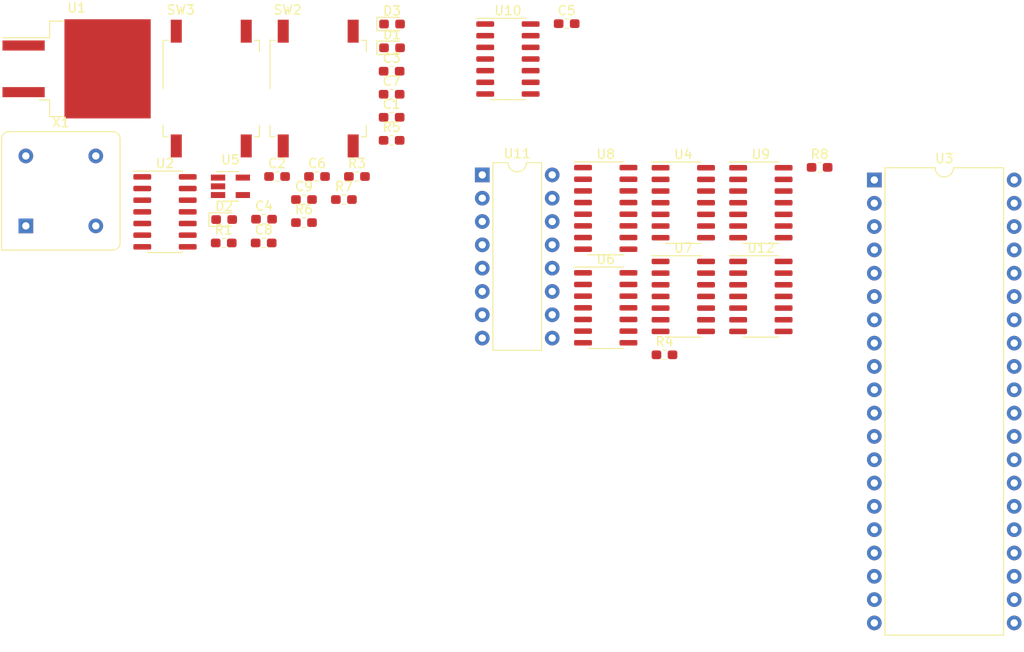
<source format=kicad_pcb>
(kicad_pcb (version 20171130) (host pcbnew "(5.1.5)-3")

  (general
    (thickness 1.6)
    (drawings 0)
    (tracks 0)
    (zones 0)
    (modules 34)
    (nets 80)
  )

  (page A4)
  (layers
    (0 F.Cu signal)
    (31 B.Cu signal)
    (32 B.Adhes user)
    (33 F.Adhes user)
    (34 B.Paste user)
    (35 F.Paste user)
    (36 B.SilkS user)
    (37 F.SilkS user)
    (38 B.Mask user)
    (39 F.Mask user)
    (40 Dwgs.User user)
    (41 Cmts.User user)
    (42 Eco1.User user)
    (43 Eco2.User user)
    (44 Edge.Cuts user)
    (45 Margin user)
    (46 B.CrtYd user)
    (47 F.CrtYd user)
    (48 B.Fab user)
    (49 F.Fab user)
  )

  (setup
    (last_trace_width 0.25)
    (trace_clearance 0.2)
    (zone_clearance 0.508)
    (zone_45_only no)
    (trace_min 0.2)
    (via_size 0.8)
    (via_drill 0.4)
    (via_min_size 0.4)
    (via_min_drill 0.3)
    (uvia_size 0.3)
    (uvia_drill 0.1)
    (uvias_allowed no)
    (uvia_min_size 0.2)
    (uvia_min_drill 0.1)
    (edge_width 0.05)
    (segment_width 0.2)
    (pcb_text_width 0.3)
    (pcb_text_size 1.5 1.5)
    (mod_edge_width 0.12)
    (mod_text_size 1 1)
    (mod_text_width 0.15)
    (pad_size 1.524 1.524)
    (pad_drill 0.762)
    (pad_to_mask_clearance 0.051)
    (solder_mask_min_width 0.25)
    (aux_axis_origin 0 0)
    (visible_elements 7FFFFFFF)
    (pcbplotparams
      (layerselection 0x010fc_ffffffff)
      (usegerberextensions false)
      (usegerberattributes false)
      (usegerberadvancedattributes false)
      (creategerberjobfile false)
      (excludeedgelayer true)
      (linewidth 0.100000)
      (plotframeref false)
      (viasonmask false)
      (mode 1)
      (useauxorigin false)
      (hpglpennumber 1)
      (hpglpenspeed 20)
      (hpglpendiameter 15.000000)
      (psnegative false)
      (psa4output false)
      (plotreference true)
      (plotvalue true)
      (plotinvisibletext false)
      (padsonsilk false)
      (subtractmaskfromsilk false)
      (outputformat 1)
      (mirror false)
      (drillshape 1)
      (scaleselection 1)
      (outputdirectory ""))
  )

  (net 0 "")
  (net 1 GND)
  (net 2 "Net-(C1-Pad1)")
  (net 3 +5V)
  (net 4 "Net-(C6-Pad1)")
  (net 5 "Net-(C8-Pad1)")
  (net 6 "Net-(C9-Pad1)")
  (net 7 +VDC)
  (net 8 "Net-(D1-Pad1)")
  (net 9 "Net-(D2-Pad2)")
  (net 10 "Net-(D3-Pad2)")
  (net 11 "Net-(D3-Pad1)")
  (net 12 "Net-(R6-Pad1)")
  (net 13 "Net-(U2-Pad9)")
  (net 14 "Net-(U2-Pad8)")
  (net 15 /SW_CLK)
  (net 16 /-RST-)
  (net 17 /RST)
  (net 18 "Net-(U10-Pad9)")
  (net 19 "Net-(U10-Pad8)")
  (net 20 /OSC_CLK)
  (net 21 "Net-(R4-Pad1)")
  (net 22 "Net-(R8-Pad2)")
  (net 23 /CPU/-WR-)
  (net 24 /CPU/-IORQ-)
  (net 25 -IOWR-)
  (net 26 /CPU/-RD-)
  (net 27 -IORD-)
  (net 28 -MWR-)
  (net 29 /CPU/-MREQ-)
  (net 30 -MRD-)
  (net 31 /CPU/-M1-)
  (net 32 -INT_LD-)
  (net 33 -RAMCS-)
  (net 34 -ROMCS-)
  (net 35 "Net-(U7-Pad9)")
  (net 36 "Net-(U12-Pad1)")
  (net 37 -IOCS0-)
  (net 38 -IOCS1-)
  (net 39 -IOCS2-)
  (net 40 -IOCS3-)
  (net 41 -IOCS4-)
  (net 42 -IOCS5-)
  (net 43 -IOCS6-)
  (net 44 A7)
  (net 45 A6)
  (net 46 A5)
  (net 47 A15)
  (net 48 /CPU/ROMDis)
  (net 49 "Net-(U11-Pad7)")
  (net 50 "Net-(U11-Pad1)")
  (net 51 -RST-)
  (net 52 A10)
  (net 53 A9)
  (net 54 A8)
  (net 55 "Net-(U3-Pad18)")
  (net 56 "Net-(U3-Pad17)")
  (net 57 "Net-(U3-Pad16)")
  (net 58 D1)
  (net 59 A4)
  (net 60 D0)
  (net 61 A3)
  (net 62 D7)
  (net 63 A2)
  (net 64 D2)
  (net 65 A1)
  (net 66 A0)
  (net 67 D6)
  (net 68 D5)
  (net 69 "Net-(U3-Pad28)")
  (net 70 D3)
  (net 71 D4)
  (net 72 SYS_CLK)
  (net 73 "Net-(U3-Pad25)")
  (net 74 "Net-(U3-Pad24)")
  (net 75 A14)
  (net 76 "Net-(U3-Pad23)")
  (net 77 A13)
  (net 78 A12)
  (net 79 A11)

  (net_class Default "This is the default net class."
    (clearance 0.2)
    (trace_width 0.25)
    (via_dia 0.8)
    (via_drill 0.4)
    (uvia_dia 0.3)
    (uvia_drill 0.1)
    (add_net +5V)
    (add_net +VDC)
    (add_net -INT_LD-)
    (add_net -IOCS0-)
    (add_net -IOCS1-)
    (add_net -IOCS2-)
    (add_net -IOCS3-)
    (add_net -IOCS4-)
    (add_net -IOCS5-)
    (add_net -IOCS6-)
    (add_net -IORD-)
    (add_net -IOWR-)
    (add_net -MRD-)
    (add_net -MWR-)
    (add_net -RAMCS-)
    (add_net -ROMCS-)
    (add_net -RST-)
    (add_net /-RST-)
    (add_net /CPU/-IORQ-)
    (add_net /CPU/-M1-)
    (add_net /CPU/-MREQ-)
    (add_net /CPU/-RD-)
    (add_net /CPU/-WR-)
    (add_net /CPU/ROMDis)
    (add_net /OSC_CLK)
    (add_net /RST)
    (add_net /SW_CLK)
    (add_net A0)
    (add_net A1)
    (add_net A10)
    (add_net A11)
    (add_net A12)
    (add_net A13)
    (add_net A14)
    (add_net A15)
    (add_net A2)
    (add_net A3)
    (add_net A4)
    (add_net A5)
    (add_net A6)
    (add_net A7)
    (add_net A8)
    (add_net A9)
    (add_net D0)
    (add_net D1)
    (add_net D2)
    (add_net D3)
    (add_net D4)
    (add_net D5)
    (add_net D6)
    (add_net D7)
    (add_net GND)
    (add_net "Net-(C1-Pad1)")
    (add_net "Net-(C6-Pad1)")
    (add_net "Net-(C8-Pad1)")
    (add_net "Net-(C9-Pad1)")
    (add_net "Net-(D1-Pad1)")
    (add_net "Net-(D2-Pad2)")
    (add_net "Net-(D3-Pad1)")
    (add_net "Net-(D3-Pad2)")
    (add_net "Net-(R4-Pad1)")
    (add_net "Net-(R6-Pad1)")
    (add_net "Net-(R8-Pad2)")
    (add_net "Net-(U10-Pad8)")
    (add_net "Net-(U10-Pad9)")
    (add_net "Net-(U11-Pad1)")
    (add_net "Net-(U11-Pad7)")
    (add_net "Net-(U12-Pad1)")
    (add_net "Net-(U2-Pad8)")
    (add_net "Net-(U2-Pad9)")
    (add_net "Net-(U3-Pad16)")
    (add_net "Net-(U3-Pad17)")
    (add_net "Net-(U3-Pad18)")
    (add_net "Net-(U3-Pad23)")
    (add_net "Net-(U3-Pad24)")
    (add_net "Net-(U3-Pad25)")
    (add_net "Net-(U3-Pad28)")
    (add_net "Net-(U7-Pad9)")
    (add_net SYS_CLK)
  )

  (module Package_DIP:DIP-40_W15.24mm (layer F.Cu) (tedit 5A02E8C5) (tstamp 5DFACB18)
    (at 388.62 146.05)
    (descr "40-lead though-hole mounted DIP package, row spacing 15.24 mm (600 mils)")
    (tags "THT DIP DIL PDIP 2.54mm 15.24mm 600mil")
    (path /5D5CBDC9/5D5CF86D)
    (fp_text reference U3 (at 7.62 -2.33) (layer F.SilkS)
      (effects (font (size 1 1) (thickness 0.15)))
    )
    (fp_text value Z80CPU (at 7.62 50.59) (layer F.Fab)
      (effects (font (size 1 1) (thickness 0.15)))
    )
    (fp_text user %R (at 7.62 24.13) (layer F.Fab)
      (effects (font (size 1 1) (thickness 0.15)))
    )
    (fp_line (start 16.3 -1.55) (end -1.05 -1.55) (layer F.CrtYd) (width 0.05))
    (fp_line (start 16.3 49.8) (end 16.3 -1.55) (layer F.CrtYd) (width 0.05))
    (fp_line (start -1.05 49.8) (end 16.3 49.8) (layer F.CrtYd) (width 0.05))
    (fp_line (start -1.05 -1.55) (end -1.05 49.8) (layer F.CrtYd) (width 0.05))
    (fp_line (start 14.08 -1.33) (end 8.62 -1.33) (layer F.SilkS) (width 0.12))
    (fp_line (start 14.08 49.59) (end 14.08 -1.33) (layer F.SilkS) (width 0.12))
    (fp_line (start 1.16 49.59) (end 14.08 49.59) (layer F.SilkS) (width 0.12))
    (fp_line (start 1.16 -1.33) (end 1.16 49.59) (layer F.SilkS) (width 0.12))
    (fp_line (start 6.62 -1.33) (end 1.16 -1.33) (layer F.SilkS) (width 0.12))
    (fp_line (start 0.255 -0.27) (end 1.255 -1.27) (layer F.Fab) (width 0.1))
    (fp_line (start 0.255 49.53) (end 0.255 -0.27) (layer F.Fab) (width 0.1))
    (fp_line (start 14.985 49.53) (end 0.255 49.53) (layer F.Fab) (width 0.1))
    (fp_line (start 14.985 -1.27) (end 14.985 49.53) (layer F.Fab) (width 0.1))
    (fp_line (start 1.255 -1.27) (end 14.985 -1.27) (layer F.Fab) (width 0.1))
    (fp_arc (start 7.62 -1.33) (end 6.62 -1.33) (angle -180) (layer F.SilkS) (width 0.12))
    (pad 40 thru_hole oval (at 15.24 0) (size 1.6 1.6) (drill 0.8) (layers *.Cu *.Mask)
      (net 52 A10))
    (pad 20 thru_hole oval (at 0 48.26) (size 1.6 1.6) (drill 0.8) (layers *.Cu *.Mask)
      (net 24 /CPU/-IORQ-))
    (pad 39 thru_hole oval (at 15.24 2.54) (size 1.6 1.6) (drill 0.8) (layers *.Cu *.Mask)
      (net 53 A9))
    (pad 19 thru_hole oval (at 0 45.72) (size 1.6 1.6) (drill 0.8) (layers *.Cu *.Mask)
      (net 29 /CPU/-MREQ-))
    (pad 38 thru_hole oval (at 15.24 5.08) (size 1.6 1.6) (drill 0.8) (layers *.Cu *.Mask)
      (net 54 A8))
    (pad 18 thru_hole oval (at 0 43.18) (size 1.6 1.6) (drill 0.8) (layers *.Cu *.Mask)
      (net 55 "Net-(U3-Pad18)"))
    (pad 37 thru_hole oval (at 15.24 7.62) (size 1.6 1.6) (drill 0.8) (layers *.Cu *.Mask)
      (net 44 A7))
    (pad 17 thru_hole oval (at 0 40.64) (size 1.6 1.6) (drill 0.8) (layers *.Cu *.Mask)
      (net 56 "Net-(U3-Pad17)"))
    (pad 36 thru_hole oval (at 15.24 10.16) (size 1.6 1.6) (drill 0.8) (layers *.Cu *.Mask)
      (net 45 A6))
    (pad 16 thru_hole oval (at 0 38.1) (size 1.6 1.6) (drill 0.8) (layers *.Cu *.Mask)
      (net 57 "Net-(U3-Pad16)"))
    (pad 35 thru_hole oval (at 15.24 12.7) (size 1.6 1.6) (drill 0.8) (layers *.Cu *.Mask)
      (net 46 A5))
    (pad 15 thru_hole oval (at 0 35.56) (size 1.6 1.6) (drill 0.8) (layers *.Cu *.Mask)
      (net 58 D1))
    (pad 34 thru_hole oval (at 15.24 15.24) (size 1.6 1.6) (drill 0.8) (layers *.Cu *.Mask)
      (net 59 A4))
    (pad 14 thru_hole oval (at 0 33.02) (size 1.6 1.6) (drill 0.8) (layers *.Cu *.Mask)
      (net 60 D0))
    (pad 33 thru_hole oval (at 15.24 17.78) (size 1.6 1.6) (drill 0.8) (layers *.Cu *.Mask)
      (net 61 A3))
    (pad 13 thru_hole oval (at 0 30.48) (size 1.6 1.6) (drill 0.8) (layers *.Cu *.Mask)
      (net 62 D7))
    (pad 32 thru_hole oval (at 15.24 20.32) (size 1.6 1.6) (drill 0.8) (layers *.Cu *.Mask)
      (net 63 A2))
    (pad 12 thru_hole oval (at 0 27.94) (size 1.6 1.6) (drill 0.8) (layers *.Cu *.Mask)
      (net 64 D2))
    (pad 31 thru_hole oval (at 15.24 22.86) (size 1.6 1.6) (drill 0.8) (layers *.Cu *.Mask)
      (net 65 A1))
    (pad 11 thru_hole oval (at 0 25.4) (size 1.6 1.6) (drill 0.8) (layers *.Cu *.Mask)
      (net 3 +5V))
    (pad 30 thru_hole oval (at 15.24 25.4) (size 1.6 1.6) (drill 0.8) (layers *.Cu *.Mask)
      (net 66 A0))
    (pad 10 thru_hole oval (at 0 22.86) (size 1.6 1.6) (drill 0.8) (layers *.Cu *.Mask)
      (net 67 D6))
    (pad 29 thru_hole oval (at 15.24 27.94) (size 1.6 1.6) (drill 0.8) (layers *.Cu *.Mask)
      (net 1 GND))
    (pad 9 thru_hole oval (at 0 20.32) (size 1.6 1.6) (drill 0.8) (layers *.Cu *.Mask)
      (net 68 D5))
    (pad 28 thru_hole oval (at 15.24 30.48) (size 1.6 1.6) (drill 0.8) (layers *.Cu *.Mask)
      (net 69 "Net-(U3-Pad28)"))
    (pad 8 thru_hole oval (at 0 17.78) (size 1.6 1.6) (drill 0.8) (layers *.Cu *.Mask)
      (net 70 D3))
    (pad 27 thru_hole oval (at 15.24 33.02) (size 1.6 1.6) (drill 0.8) (layers *.Cu *.Mask)
      (net 31 /CPU/-M1-))
    (pad 7 thru_hole oval (at 0 15.24) (size 1.6 1.6) (drill 0.8) (layers *.Cu *.Mask)
      (net 71 D4))
    (pad 26 thru_hole oval (at 15.24 35.56) (size 1.6 1.6) (drill 0.8) (layers *.Cu *.Mask)
      (net 51 -RST-))
    (pad 6 thru_hole oval (at 0 12.7) (size 1.6 1.6) (drill 0.8) (layers *.Cu *.Mask)
      (net 72 SYS_CLK))
    (pad 25 thru_hole oval (at 15.24 38.1) (size 1.6 1.6) (drill 0.8) (layers *.Cu *.Mask)
      (net 73 "Net-(U3-Pad25)"))
    (pad 5 thru_hole oval (at 0 10.16) (size 1.6 1.6) (drill 0.8) (layers *.Cu *.Mask)
      (net 47 A15))
    (pad 24 thru_hole oval (at 15.24 40.64) (size 1.6 1.6) (drill 0.8) (layers *.Cu *.Mask)
      (net 74 "Net-(U3-Pad24)"))
    (pad 4 thru_hole oval (at 0 7.62) (size 1.6 1.6) (drill 0.8) (layers *.Cu *.Mask)
      (net 75 A14))
    (pad 23 thru_hole oval (at 15.24 43.18) (size 1.6 1.6) (drill 0.8) (layers *.Cu *.Mask)
      (net 76 "Net-(U3-Pad23)"))
    (pad 3 thru_hole oval (at 0 5.08) (size 1.6 1.6) (drill 0.8) (layers *.Cu *.Mask)
      (net 77 A13))
    (pad 22 thru_hole oval (at 15.24 45.72) (size 1.6 1.6) (drill 0.8) (layers *.Cu *.Mask)
      (net 23 /CPU/-WR-))
    (pad 2 thru_hole oval (at 0 2.54) (size 1.6 1.6) (drill 0.8) (layers *.Cu *.Mask)
      (net 78 A12))
    (pad 21 thru_hole oval (at 15.24 48.26) (size 1.6 1.6) (drill 0.8) (layers *.Cu *.Mask)
      (net 26 /CPU/-RD-))
    (pad 1 thru_hole rect (at 0 0) (size 1.6 1.6) (drill 0.8) (layers *.Cu *.Mask)
      (net 79 A11))
    (model ${KISYS3DMOD}/Package_DIP.3dshapes/DIP-40_W15.24mm.wrl
      (at (xyz 0 0 0))
      (scale (xyz 1 1 1))
      (rotate (xyz 0 0 0))
    )
  )

  (module Package_SO:SOIC-14_3.9x8.7mm_P1.27mm (layer F.Cu) (tedit 5D9F72B1) (tstamp 5DFABCD7)
    (at 376.26 158.74)
    (descr "SOIC, 14 Pin (JEDEC MS-012AB, https://www.analog.com/media/en/package-pcb-resources/package/pkg_pdf/soic_narrow-r/r_14.pdf), generated with kicad-footprint-generator ipc_gullwing_generator.py")
    (tags "SOIC SO")
    (path /5D5CBDC9/5E0B18F4)
    (attr smd)
    (fp_text reference U12 (at 0 -5.28) (layer F.SilkS)
      (effects (font (size 1 1) (thickness 0.15)))
    )
    (fp_text value 74LS08 (at 0 5.28) (layer F.Fab)
      (effects (font (size 1 1) (thickness 0.15)))
    )
    (fp_text user %R (at 0 0) (layer F.Fab)
      (effects (font (size 0.98 0.98) (thickness 0.15)))
    )
    (fp_line (start 3.7 -4.58) (end -3.7 -4.58) (layer F.CrtYd) (width 0.05))
    (fp_line (start 3.7 4.58) (end 3.7 -4.58) (layer F.CrtYd) (width 0.05))
    (fp_line (start -3.7 4.58) (end 3.7 4.58) (layer F.CrtYd) (width 0.05))
    (fp_line (start -3.7 -4.58) (end -3.7 4.58) (layer F.CrtYd) (width 0.05))
    (fp_line (start -1.95 -3.35) (end -0.975 -4.325) (layer F.Fab) (width 0.1))
    (fp_line (start -1.95 4.325) (end -1.95 -3.35) (layer F.Fab) (width 0.1))
    (fp_line (start 1.95 4.325) (end -1.95 4.325) (layer F.Fab) (width 0.1))
    (fp_line (start 1.95 -4.325) (end 1.95 4.325) (layer F.Fab) (width 0.1))
    (fp_line (start -0.975 -4.325) (end 1.95 -4.325) (layer F.Fab) (width 0.1))
    (fp_line (start 0 -4.435) (end -3.45 -4.435) (layer F.SilkS) (width 0.12))
    (fp_line (start 0 -4.435) (end 1.95 -4.435) (layer F.SilkS) (width 0.12))
    (fp_line (start 0 4.435) (end -1.95 4.435) (layer F.SilkS) (width 0.12))
    (fp_line (start 0 4.435) (end 1.95 4.435) (layer F.SilkS) (width 0.12))
    (pad 14 smd roundrect (at 2.475 -3.81) (size 1.95 0.6) (layers F.Cu F.Paste F.Mask) (roundrect_rratio 0.25))
    (pad 13 smd roundrect (at 2.475 -2.54) (size 1.95 0.6) (layers F.Cu F.Paste F.Mask) (roundrect_rratio 0.25))
    (pad 12 smd roundrect (at 2.475 -1.27) (size 1.95 0.6) (layers F.Cu F.Paste F.Mask) (roundrect_rratio 0.25))
    (pad 11 smd roundrect (at 2.475 0) (size 1.95 0.6) (layers F.Cu F.Paste F.Mask) (roundrect_rratio 0.25))
    (pad 10 smd roundrect (at 2.475 1.27) (size 1.95 0.6) (layers F.Cu F.Paste F.Mask) (roundrect_rratio 0.25))
    (pad 9 smd roundrect (at 2.475 2.54) (size 1.95 0.6) (layers F.Cu F.Paste F.Mask) (roundrect_rratio 0.25))
    (pad 8 smd roundrect (at 2.475 3.81) (size 1.95 0.6) (layers F.Cu F.Paste F.Mask) (roundrect_rratio 0.25))
    (pad 7 smd roundrect (at -2.475 3.81) (size 1.95 0.6) (layers F.Cu F.Paste F.Mask) (roundrect_rratio 0.25))
    (pad 6 smd roundrect (at -2.475 2.54) (size 1.95 0.6) (layers F.Cu F.Paste F.Mask) (roundrect_rratio 0.25))
    (pad 5 smd roundrect (at -2.475 1.27) (size 1.95 0.6) (layers F.Cu F.Paste F.Mask) (roundrect_rratio 0.25))
    (pad 4 smd roundrect (at -2.475 0) (size 1.95 0.6) (layers F.Cu F.Paste F.Mask) (roundrect_rratio 0.25))
    (pad 3 smd roundrect (at -2.475 -1.27) (size 1.95 0.6) (layers F.Cu F.Paste F.Mask) (roundrect_rratio 0.25)
      (net 50 "Net-(U11-Pad1)"))
    (pad 2 smd roundrect (at -2.475 -2.54) (size 1.95 0.6) (layers F.Cu F.Paste F.Mask) (roundrect_rratio 0.25)
      (net 51 -RST-))
    (pad 1 smd roundrect (at -2.475 -3.81) (size 1.95 0.6) (layers F.Cu F.Paste F.Mask) (roundrect_rratio 0.25)
      (net 36 "Net-(U12-Pad1)"))
    (model ${KISYS3DMOD}/Package_SO.3dshapes/SOIC-14_3.9x8.7mm_P1.27mm.wrl
      (at (xyz 0 0 0))
      (scale (xyz 1 1 1))
      (rotate (xyz 0 0 0))
    )
  )

  (module Package_DIP:DIP-16_W7.62mm (layer F.Cu) (tedit 5A02E8C5) (tstamp 5DFABCB7)
    (at 345.91 145.5)
    (descr "16-lead though-hole mounted DIP package, row spacing 7.62 mm (300 mils)")
    (tags "THT DIP DIL PDIP 2.54mm 7.62mm 300mil")
    (path /5D5CBDC9/5DA67A73)
    (fp_text reference U11 (at 3.81 -2.33) (layer F.SilkS)
      (effects (font (size 1 1) (thickness 0.15)))
    )
    (fp_text value 74LS109 (at 3.81 20.11) (layer F.Fab)
      (effects (font (size 1 1) (thickness 0.15)))
    )
    (fp_text user %R (at 3.81 8.89) (layer F.Fab)
      (effects (font (size 1 1) (thickness 0.15)))
    )
    (fp_line (start 8.7 -1.55) (end -1.1 -1.55) (layer F.CrtYd) (width 0.05))
    (fp_line (start 8.7 19.3) (end 8.7 -1.55) (layer F.CrtYd) (width 0.05))
    (fp_line (start -1.1 19.3) (end 8.7 19.3) (layer F.CrtYd) (width 0.05))
    (fp_line (start -1.1 -1.55) (end -1.1 19.3) (layer F.CrtYd) (width 0.05))
    (fp_line (start 6.46 -1.33) (end 4.81 -1.33) (layer F.SilkS) (width 0.12))
    (fp_line (start 6.46 19.11) (end 6.46 -1.33) (layer F.SilkS) (width 0.12))
    (fp_line (start 1.16 19.11) (end 6.46 19.11) (layer F.SilkS) (width 0.12))
    (fp_line (start 1.16 -1.33) (end 1.16 19.11) (layer F.SilkS) (width 0.12))
    (fp_line (start 2.81 -1.33) (end 1.16 -1.33) (layer F.SilkS) (width 0.12))
    (fp_line (start 0.635 -0.27) (end 1.635 -1.27) (layer F.Fab) (width 0.1))
    (fp_line (start 0.635 19.05) (end 0.635 -0.27) (layer F.Fab) (width 0.1))
    (fp_line (start 6.985 19.05) (end 0.635 19.05) (layer F.Fab) (width 0.1))
    (fp_line (start 6.985 -1.27) (end 6.985 19.05) (layer F.Fab) (width 0.1))
    (fp_line (start 1.635 -1.27) (end 6.985 -1.27) (layer F.Fab) (width 0.1))
    (fp_arc (start 3.81 -1.33) (end 2.81 -1.33) (angle -180) (layer F.SilkS) (width 0.12))
    (pad 16 thru_hole oval (at 7.62 0) (size 1.6 1.6) (drill 0.8) (layers *.Cu *.Mask))
    (pad 8 thru_hole oval (at 0 17.78) (size 1.6 1.6) (drill 0.8) (layers *.Cu *.Mask))
    (pad 15 thru_hole oval (at 7.62 2.54) (size 1.6 1.6) (drill 0.8) (layers *.Cu *.Mask))
    (pad 7 thru_hole oval (at 0 15.24) (size 1.6 1.6) (drill 0.8) (layers *.Cu *.Mask)
      (net 49 "Net-(U11-Pad7)"))
    (pad 14 thru_hole oval (at 7.62 5.08) (size 1.6 1.6) (drill 0.8) (layers *.Cu *.Mask))
    (pad 6 thru_hole oval (at 0 12.7) (size 1.6 1.6) (drill 0.8) (layers *.Cu *.Mask)
      (net 48 /CPU/ROMDis))
    (pad 13 thru_hole oval (at 7.62 7.62) (size 1.6 1.6) (drill 0.8) (layers *.Cu *.Mask))
    (pad 5 thru_hole oval (at 0 10.16) (size 1.6 1.6) (drill 0.8) (layers *.Cu *.Mask)
      (net 22 "Net-(R8-Pad2)"))
    (pad 12 thru_hole oval (at 7.62 10.16) (size 1.6 1.6) (drill 0.8) (layers *.Cu *.Mask))
    (pad 4 thru_hole oval (at 0 7.62) (size 1.6 1.6) (drill 0.8) (layers *.Cu *.Mask)
      (net 19 "Net-(U10-Pad8)"))
    (pad 11 thru_hole oval (at 7.62 12.7) (size 1.6 1.6) (drill 0.8) (layers *.Cu *.Mask))
    (pad 3 thru_hole oval (at 0 5.08) (size 1.6 1.6) (drill 0.8) (layers *.Cu *.Mask)
      (net 21 "Net-(R4-Pad1)"))
    (pad 10 thru_hole oval (at 7.62 15.24) (size 1.6 1.6) (drill 0.8) (layers *.Cu *.Mask))
    (pad 2 thru_hole oval (at 0 2.54) (size 1.6 1.6) (drill 0.8) (layers *.Cu *.Mask)
      (net 22 "Net-(R8-Pad2)"))
    (pad 9 thru_hole oval (at 7.62 17.78) (size 1.6 1.6) (drill 0.8) (layers *.Cu *.Mask))
    (pad 1 thru_hole rect (at 0 0) (size 1.6 1.6) (drill 0.8) (layers *.Cu *.Mask)
      (net 50 "Net-(U11-Pad1)"))
    (model ${KISYS3DMOD}/Package_DIP.3dshapes/DIP-16_W7.62mm.wrl
      (at (xyz 0 0 0))
      (scale (xyz 1 1 1))
      (rotate (xyz 0 0 0))
    )
  )

  (module Package_SO:SOIC-14_3.9x8.7mm_P1.27mm (layer F.Cu) (tedit 5D9F72B1) (tstamp 5DFABC55)
    (at 376.26 148.53)
    (descr "SOIC, 14 Pin (JEDEC MS-012AB, https://www.analog.com/media/en/package-pcb-resources/package/pkg_pdf/soic_narrow-r/r_14.pdf), generated with kicad-footprint-generator ipc_gullwing_generator.py")
    (tags "SOIC SO")
    (path /5D5CBDC9/5DD5244D)
    (attr smd)
    (fp_text reference U9 (at 0 -5.28) (layer F.SilkS)
      (effects (font (size 1 1) (thickness 0.15)))
    )
    (fp_text value 74LS32 (at 0 5.28) (layer F.Fab)
      (effects (font (size 1 1) (thickness 0.15)))
    )
    (fp_text user %R (at 0 0) (layer F.Fab)
      (effects (font (size 0.98 0.98) (thickness 0.15)))
    )
    (fp_line (start 3.7 -4.58) (end -3.7 -4.58) (layer F.CrtYd) (width 0.05))
    (fp_line (start 3.7 4.58) (end 3.7 -4.58) (layer F.CrtYd) (width 0.05))
    (fp_line (start -3.7 4.58) (end 3.7 4.58) (layer F.CrtYd) (width 0.05))
    (fp_line (start -3.7 -4.58) (end -3.7 4.58) (layer F.CrtYd) (width 0.05))
    (fp_line (start -1.95 -3.35) (end -0.975 -4.325) (layer F.Fab) (width 0.1))
    (fp_line (start -1.95 4.325) (end -1.95 -3.35) (layer F.Fab) (width 0.1))
    (fp_line (start 1.95 4.325) (end -1.95 4.325) (layer F.Fab) (width 0.1))
    (fp_line (start 1.95 -4.325) (end 1.95 4.325) (layer F.Fab) (width 0.1))
    (fp_line (start -0.975 -4.325) (end 1.95 -4.325) (layer F.Fab) (width 0.1))
    (fp_line (start 0 -4.435) (end -3.45 -4.435) (layer F.SilkS) (width 0.12))
    (fp_line (start 0 -4.435) (end 1.95 -4.435) (layer F.SilkS) (width 0.12))
    (fp_line (start 0 4.435) (end -1.95 4.435) (layer F.SilkS) (width 0.12))
    (fp_line (start 0 4.435) (end 1.95 4.435) (layer F.SilkS) (width 0.12))
    (pad 14 smd roundrect (at 2.475 -3.81) (size 1.95 0.6) (layers F.Cu F.Paste F.Mask) (roundrect_rratio 0.25))
    (pad 13 smd roundrect (at 2.475 -2.54) (size 1.95 0.6) (layers F.Cu F.Paste F.Mask) (roundrect_rratio 0.25))
    (pad 12 smd roundrect (at 2.475 -1.27) (size 1.95 0.6) (layers F.Cu F.Paste F.Mask) (roundrect_rratio 0.25))
    (pad 11 smd roundrect (at 2.475 0) (size 1.95 0.6) (layers F.Cu F.Paste F.Mask) (roundrect_rratio 0.25))
    (pad 10 smd roundrect (at 2.475 1.27) (size 1.95 0.6) (layers F.Cu F.Paste F.Mask) (roundrect_rratio 0.25)
      (net 25 -IOWR-))
    (pad 9 smd roundrect (at 2.475 2.54) (size 1.95 0.6) (layers F.Cu F.Paste F.Mask) (roundrect_rratio 0.25)
      (net 35 "Net-(U7-Pad9)"))
    (pad 8 smd roundrect (at 2.475 3.81) (size 1.95 0.6) (layers F.Cu F.Paste F.Mask) (roundrect_rratio 0.25)
      (net 18 "Net-(U10-Pad9)"))
    (pad 7 smd roundrect (at -2.475 3.81) (size 1.95 0.6) (layers F.Cu F.Paste F.Mask) (roundrect_rratio 0.25))
    (pad 6 smd roundrect (at -2.475 2.54) (size 1.95 0.6) (layers F.Cu F.Paste F.Mask) (roundrect_rratio 0.25))
    (pad 5 smd roundrect (at -2.475 1.27) (size 1.95 0.6) (layers F.Cu F.Paste F.Mask) (roundrect_rratio 0.25))
    (pad 4 smd roundrect (at -2.475 0) (size 1.95 0.6) (layers F.Cu F.Paste F.Mask) (roundrect_rratio 0.25))
    (pad 3 smd roundrect (at -2.475 -1.27) (size 1.95 0.6) (layers F.Cu F.Paste F.Mask) (roundrect_rratio 0.25)
      (net 13 "Net-(U2-Pad9)"))
    (pad 2 smd roundrect (at -2.475 -2.54) (size 1.95 0.6) (layers F.Cu F.Paste F.Mask) (roundrect_rratio 0.25)
      (net 47 A15))
    (pad 1 smd roundrect (at -2.475 -3.81) (size 1.95 0.6) (layers F.Cu F.Paste F.Mask) (roundrect_rratio 0.25)
      (net 48 /CPU/ROMDis))
    (model ${KISYS3DMOD}/Package_SO.3dshapes/SOIC-14_3.9x8.7mm_P1.27mm.wrl
      (at (xyz 0 0 0))
      (scale (xyz 1 1 1))
      (rotate (xyz 0 0 0))
    )
  )

  (module Package_SO:SOIC-16_3.9x9.9mm_P1.27mm (layer F.Cu) (tedit 5D9F72B1) (tstamp 5DFABC35)
    (at 359.36 149.15)
    (descr "SOIC, 16 Pin (JEDEC MS-012AC, https://www.analog.com/media/en/package-pcb-resources/package/pkg_pdf/soic_narrow-r/r_16.pdf), generated with kicad-footprint-generator ipc_gullwing_generator.py")
    (tags "SOIC SO")
    (path /5D5CBDC9/5D7D442D)
    (attr smd)
    (fp_text reference U8 (at 0 -5.9) (layer F.SilkS)
      (effects (font (size 1 1) (thickness 0.15)))
    )
    (fp_text value 74LS138 (at 0 5.9) (layer F.Fab)
      (effects (font (size 1 1) (thickness 0.15)))
    )
    (fp_text user %R (at 0 0) (layer F.Fab)
      (effects (font (size 0.98 0.98) (thickness 0.15)))
    )
    (fp_line (start 3.7 -5.2) (end -3.7 -5.2) (layer F.CrtYd) (width 0.05))
    (fp_line (start 3.7 5.2) (end 3.7 -5.2) (layer F.CrtYd) (width 0.05))
    (fp_line (start -3.7 5.2) (end 3.7 5.2) (layer F.CrtYd) (width 0.05))
    (fp_line (start -3.7 -5.2) (end -3.7 5.2) (layer F.CrtYd) (width 0.05))
    (fp_line (start -1.95 -3.975) (end -0.975 -4.95) (layer F.Fab) (width 0.1))
    (fp_line (start -1.95 4.95) (end -1.95 -3.975) (layer F.Fab) (width 0.1))
    (fp_line (start 1.95 4.95) (end -1.95 4.95) (layer F.Fab) (width 0.1))
    (fp_line (start 1.95 -4.95) (end 1.95 4.95) (layer F.Fab) (width 0.1))
    (fp_line (start -0.975 -4.95) (end 1.95 -4.95) (layer F.Fab) (width 0.1))
    (fp_line (start 0 -5.06) (end -3.45 -5.06) (layer F.SilkS) (width 0.12))
    (fp_line (start 0 -5.06) (end 1.95 -5.06) (layer F.SilkS) (width 0.12))
    (fp_line (start 0 5.06) (end -1.95 5.06) (layer F.SilkS) (width 0.12))
    (fp_line (start 0 5.06) (end 1.95 5.06) (layer F.SilkS) (width 0.12))
    (pad 16 smd roundrect (at 2.475 -4.445) (size 1.95 0.6) (layers F.Cu F.Paste F.Mask) (roundrect_rratio 0.25)
      (net 3 +5V))
    (pad 15 smd roundrect (at 2.475 -3.175) (size 1.95 0.6) (layers F.Cu F.Paste F.Mask) (roundrect_rratio 0.25)
      (net 37 -IOCS0-))
    (pad 14 smd roundrect (at 2.475 -1.905) (size 1.95 0.6) (layers F.Cu F.Paste F.Mask) (roundrect_rratio 0.25)
      (net 38 -IOCS1-))
    (pad 13 smd roundrect (at 2.475 -0.635) (size 1.95 0.6) (layers F.Cu F.Paste F.Mask) (roundrect_rratio 0.25)
      (net 39 -IOCS2-))
    (pad 12 smd roundrect (at 2.475 0.635) (size 1.95 0.6) (layers F.Cu F.Paste F.Mask) (roundrect_rratio 0.25)
      (net 40 -IOCS3-))
    (pad 11 smd roundrect (at 2.475 1.905) (size 1.95 0.6) (layers F.Cu F.Paste F.Mask) (roundrect_rratio 0.25)
      (net 41 -IOCS4-))
    (pad 10 smd roundrect (at 2.475 3.175) (size 1.95 0.6) (layers F.Cu F.Paste F.Mask) (roundrect_rratio 0.25)
      (net 42 -IOCS5-))
    (pad 9 smd roundrect (at 2.475 4.445) (size 1.95 0.6) (layers F.Cu F.Paste F.Mask) (roundrect_rratio 0.25)
      (net 43 -IOCS6-))
    (pad 8 smd roundrect (at -2.475 4.445) (size 1.95 0.6) (layers F.Cu F.Paste F.Mask) (roundrect_rratio 0.25)
      (net 1 GND))
    (pad 7 smd roundrect (at -2.475 3.175) (size 1.95 0.6) (layers F.Cu F.Paste F.Mask) (roundrect_rratio 0.25)
      (net 35 "Net-(U7-Pad9)"))
    (pad 6 smd roundrect (at -2.475 1.905) (size 1.95 0.6) (layers F.Cu F.Paste F.Mask) (roundrect_rratio 0.25)
      (net 32 -INT_LD-))
    (pad 5 smd roundrect (at -2.475 0.635) (size 1.95 0.6) (layers F.Cu F.Paste F.Mask) (roundrect_rratio 0.25)
      (net 24 /CPU/-IORQ-))
    (pad 4 smd roundrect (at -2.475 -0.635) (size 1.95 0.6) (layers F.Cu F.Paste F.Mask) (roundrect_rratio 0.25)
      (net 24 /CPU/-IORQ-))
    (pad 3 smd roundrect (at -2.475 -1.905) (size 1.95 0.6) (layers F.Cu F.Paste F.Mask) (roundrect_rratio 0.25)
      (net 44 A7))
    (pad 2 smd roundrect (at -2.475 -3.175) (size 1.95 0.6) (layers F.Cu F.Paste F.Mask) (roundrect_rratio 0.25)
      (net 45 A6))
    (pad 1 smd roundrect (at -2.475 -4.445) (size 1.95 0.6) (layers F.Cu F.Paste F.Mask) (roundrect_rratio 0.25)
      (net 46 A5))
    (model ${KISYS3DMOD}/Package_SO.3dshapes/SOIC-16_3.9x9.9mm_P1.27mm.wrl
      (at (xyz 0 0 0))
      (scale (xyz 1 1 1))
      (rotate (xyz 0 0 0))
    )
  )

  (module Package_SO:SOIC-14_3.9x8.7mm_P1.27mm (layer F.Cu) (tedit 5D9F72B1) (tstamp 5DFABC13)
    (at 367.81 158.74)
    (descr "SOIC, 14 Pin (JEDEC MS-012AB, https://www.analog.com/media/en/package-pcb-resources/package/pkg_pdf/soic_narrow-r/r_14.pdf), generated with kicad-footprint-generator ipc_gullwing_generator.py")
    (tags "SOIC SO")
    (path /5D5CBDC9/5E08F806)
    (attr smd)
    (fp_text reference U7 (at 0 -5.28) (layer F.SilkS)
      (effects (font (size 1 1) (thickness 0.15)))
    )
    (fp_text value 74LS32 (at 0 5.28) (layer F.Fab)
      (effects (font (size 1 1) (thickness 0.15)))
    )
    (fp_text user %R (at 0 0) (layer F.Fab)
      (effects (font (size 0.98 0.98) (thickness 0.15)))
    )
    (fp_line (start 3.7 -4.58) (end -3.7 -4.58) (layer F.CrtYd) (width 0.05))
    (fp_line (start 3.7 4.58) (end 3.7 -4.58) (layer F.CrtYd) (width 0.05))
    (fp_line (start -3.7 4.58) (end 3.7 4.58) (layer F.CrtYd) (width 0.05))
    (fp_line (start -3.7 -4.58) (end -3.7 4.58) (layer F.CrtYd) (width 0.05))
    (fp_line (start -1.95 -3.35) (end -0.975 -4.325) (layer F.Fab) (width 0.1))
    (fp_line (start -1.95 4.325) (end -1.95 -3.35) (layer F.Fab) (width 0.1))
    (fp_line (start 1.95 4.325) (end -1.95 4.325) (layer F.Fab) (width 0.1))
    (fp_line (start 1.95 -4.325) (end 1.95 4.325) (layer F.Fab) (width 0.1))
    (fp_line (start -0.975 -4.325) (end 1.95 -4.325) (layer F.Fab) (width 0.1))
    (fp_line (start 0 -4.435) (end -3.45 -4.435) (layer F.SilkS) (width 0.12))
    (fp_line (start 0 -4.435) (end 1.95 -4.435) (layer F.SilkS) (width 0.12))
    (fp_line (start 0 4.435) (end -1.95 4.435) (layer F.SilkS) (width 0.12))
    (fp_line (start 0 4.435) (end 1.95 4.435) (layer F.SilkS) (width 0.12))
    (pad 14 smd roundrect (at 2.475 -3.81) (size 1.95 0.6) (layers F.Cu F.Paste F.Mask) (roundrect_rratio 0.25))
    (pad 13 smd roundrect (at 2.475 -2.54) (size 1.95 0.6) (layers F.Cu F.Paste F.Mask) (roundrect_rratio 0.25))
    (pad 12 smd roundrect (at 2.475 -1.27) (size 1.95 0.6) (layers F.Cu F.Paste F.Mask) (roundrect_rratio 0.25))
    (pad 11 smd roundrect (at 2.475 0) (size 1.95 0.6) (layers F.Cu F.Paste F.Mask) (roundrect_rratio 0.25))
    (pad 10 smd roundrect (at 2.475 1.27) (size 1.95 0.6) (layers F.Cu F.Paste F.Mask) (roundrect_rratio 0.25)
      (net 27 -IORD-))
    (pad 9 smd roundrect (at 2.475 2.54) (size 1.95 0.6) (layers F.Cu F.Paste F.Mask) (roundrect_rratio 0.25)
      (net 35 "Net-(U7-Pad9)"))
    (pad 8 smd roundrect (at 2.475 3.81) (size 1.95 0.6) (layers F.Cu F.Paste F.Mask) (roundrect_rratio 0.25)
      (net 36 "Net-(U12-Pad1)"))
    (pad 7 smd roundrect (at -2.475 3.81) (size 1.95 0.6) (layers F.Cu F.Paste F.Mask) (roundrect_rratio 0.25))
    (pad 6 smd roundrect (at -2.475 2.54) (size 1.95 0.6) (layers F.Cu F.Paste F.Mask) (roundrect_rratio 0.25))
    (pad 5 smd roundrect (at -2.475 1.27) (size 1.95 0.6) (layers F.Cu F.Paste F.Mask) (roundrect_rratio 0.25))
    (pad 4 smd roundrect (at -2.475 0) (size 1.95 0.6) (layers F.Cu F.Paste F.Mask) (roundrect_rratio 0.25))
    (pad 3 smd roundrect (at -2.475 -1.27) (size 1.95 0.6) (layers F.Cu F.Paste F.Mask) (roundrect_rratio 0.25))
    (pad 2 smd roundrect (at -2.475 -2.54) (size 1.95 0.6) (layers F.Cu F.Paste F.Mask) (roundrect_rratio 0.25))
    (pad 1 smd roundrect (at -2.475 -3.81) (size 1.95 0.6) (layers F.Cu F.Paste F.Mask) (roundrect_rratio 0.25))
    (model ${KISYS3DMOD}/Package_SO.3dshapes/SOIC-14_3.9x8.7mm_P1.27mm.wrl
      (at (xyz 0 0 0))
      (scale (xyz 1 1 1))
      (rotate (xyz 0 0 0))
    )
  )

  (module Package_SO:SOIC-14_3.9x8.7mm_P1.27mm (layer F.Cu) (tedit 5D9F72B1) (tstamp 5DFABBF3)
    (at 359.36 159.98)
    (descr "SOIC, 14 Pin (JEDEC MS-012AB, https://www.analog.com/media/en/package-pcb-resources/package/pkg_pdf/soic_narrow-r/r_14.pdf), generated with kicad-footprint-generator ipc_gullwing_generator.py")
    (tags "SOIC SO")
    (path /5D5CBDC9/5D77AE4F)
    (attr smd)
    (fp_text reference U6 (at 0 -5.28) (layer F.SilkS)
      (effects (font (size 1 1) (thickness 0.15)))
    )
    (fp_text value 74LS32 (at 0 5.28) (layer F.Fab)
      (effects (font (size 1 1) (thickness 0.15)))
    )
    (fp_text user %R (at 0 0) (layer F.Fab)
      (effects (font (size 0.98 0.98) (thickness 0.15)))
    )
    (fp_line (start 3.7 -4.58) (end -3.7 -4.58) (layer F.CrtYd) (width 0.05))
    (fp_line (start 3.7 4.58) (end 3.7 -4.58) (layer F.CrtYd) (width 0.05))
    (fp_line (start -3.7 4.58) (end 3.7 4.58) (layer F.CrtYd) (width 0.05))
    (fp_line (start -3.7 -4.58) (end -3.7 4.58) (layer F.CrtYd) (width 0.05))
    (fp_line (start -1.95 -3.35) (end -0.975 -4.325) (layer F.Fab) (width 0.1))
    (fp_line (start -1.95 4.325) (end -1.95 -3.35) (layer F.Fab) (width 0.1))
    (fp_line (start 1.95 4.325) (end -1.95 4.325) (layer F.Fab) (width 0.1))
    (fp_line (start 1.95 -4.325) (end 1.95 4.325) (layer F.Fab) (width 0.1))
    (fp_line (start -0.975 -4.325) (end 1.95 -4.325) (layer F.Fab) (width 0.1))
    (fp_line (start 0 -4.435) (end -3.45 -4.435) (layer F.SilkS) (width 0.12))
    (fp_line (start 0 -4.435) (end 1.95 -4.435) (layer F.SilkS) (width 0.12))
    (fp_line (start 0 4.435) (end -1.95 4.435) (layer F.SilkS) (width 0.12))
    (fp_line (start 0 4.435) (end 1.95 4.435) (layer F.SilkS) (width 0.12))
    (pad 14 smd roundrect (at 2.475 -3.81) (size 1.95 0.6) (layers F.Cu F.Paste F.Mask) (roundrect_rratio 0.25))
    (pad 13 smd roundrect (at 2.475 -2.54) (size 1.95 0.6) (layers F.Cu F.Paste F.Mask) (roundrect_rratio 0.25))
    (pad 12 smd roundrect (at 2.475 -1.27) (size 1.95 0.6) (layers F.Cu F.Paste F.Mask) (roundrect_rratio 0.25))
    (pad 11 smd roundrect (at 2.475 0) (size 1.95 0.6) (layers F.Cu F.Paste F.Mask) (roundrect_rratio 0.25))
    (pad 10 smd roundrect (at 2.475 1.27) (size 1.95 0.6) (layers F.Cu F.Paste F.Mask) (roundrect_rratio 0.25)
      (net 31 /CPU/-M1-))
    (pad 9 smd roundrect (at 2.475 2.54) (size 1.95 0.6) (layers F.Cu F.Paste F.Mask) (roundrect_rratio 0.25)
      (net 24 /CPU/-IORQ-))
    (pad 8 smd roundrect (at 2.475 3.81) (size 1.95 0.6) (layers F.Cu F.Paste F.Mask) (roundrect_rratio 0.25)
      (net 32 -INT_LD-))
    (pad 7 smd roundrect (at -2.475 3.81) (size 1.95 0.6) (layers F.Cu F.Paste F.Mask) (roundrect_rratio 0.25))
    (pad 6 smd roundrect (at -2.475 2.54) (size 1.95 0.6) (layers F.Cu F.Paste F.Mask) (roundrect_rratio 0.25)
      (net 33 -RAMCS-))
    (pad 5 smd roundrect (at -2.475 1.27) (size 1.95 0.6) (layers F.Cu F.Paste F.Mask) (roundrect_rratio 0.25)
      (net 14 "Net-(U2-Pad8)"))
    (pad 4 smd roundrect (at -2.475 0) (size 1.95 0.6) (layers F.Cu F.Paste F.Mask) (roundrect_rratio 0.25)
      (net 29 /CPU/-MREQ-))
    (pad 3 smd roundrect (at -2.475 -1.27) (size 1.95 0.6) (layers F.Cu F.Paste F.Mask) (roundrect_rratio 0.25)
      (net 34 -ROMCS-))
    (pad 2 smd roundrect (at -2.475 -2.54) (size 1.95 0.6) (layers F.Cu F.Paste F.Mask) (roundrect_rratio 0.25)
      (net 29 /CPU/-MREQ-))
    (pad 1 smd roundrect (at -2.475 -3.81) (size 1.95 0.6) (layers F.Cu F.Paste F.Mask) (roundrect_rratio 0.25)
      (net 13 "Net-(U2-Pad9)"))
    (model ${KISYS3DMOD}/Package_SO.3dshapes/SOIC-14_3.9x8.7mm_P1.27mm.wrl
      (at (xyz 0 0 0))
      (scale (xyz 1 1 1))
      (rotate (xyz 0 0 0))
    )
  )

  (module Package_SO:SOIC-14_3.9x8.7mm_P1.27mm (layer F.Cu) (tedit 5D9F72B1) (tstamp 5DFABBAB)
    (at 367.81 148.53)
    (descr "SOIC, 14 Pin (JEDEC MS-012AB, https://www.analog.com/media/en/package-pcb-resources/package/pkg_pdf/soic_narrow-r/r_14.pdf), generated with kicad-footprint-generator ipc_gullwing_generator.py")
    (tags "SOIC SO")
    (path /5D5CBDC9/5D5F2415)
    (attr smd)
    (fp_text reference U4 (at 0 -5.28) (layer F.SilkS)
      (effects (font (size 1 1) (thickness 0.15)))
    )
    (fp_text value 74LS32 (at 0 5.28) (layer F.Fab)
      (effects (font (size 1 1) (thickness 0.15)))
    )
    (fp_text user %R (at 0 0) (layer F.Fab)
      (effects (font (size 0.98 0.98) (thickness 0.15)))
    )
    (fp_line (start 3.7 -4.58) (end -3.7 -4.58) (layer F.CrtYd) (width 0.05))
    (fp_line (start 3.7 4.58) (end 3.7 -4.58) (layer F.CrtYd) (width 0.05))
    (fp_line (start -3.7 4.58) (end 3.7 4.58) (layer F.CrtYd) (width 0.05))
    (fp_line (start -3.7 -4.58) (end -3.7 4.58) (layer F.CrtYd) (width 0.05))
    (fp_line (start -1.95 -3.35) (end -0.975 -4.325) (layer F.Fab) (width 0.1))
    (fp_line (start -1.95 4.325) (end -1.95 -3.35) (layer F.Fab) (width 0.1))
    (fp_line (start 1.95 4.325) (end -1.95 4.325) (layer F.Fab) (width 0.1))
    (fp_line (start 1.95 -4.325) (end 1.95 4.325) (layer F.Fab) (width 0.1))
    (fp_line (start -0.975 -4.325) (end 1.95 -4.325) (layer F.Fab) (width 0.1))
    (fp_line (start 0 -4.435) (end -3.45 -4.435) (layer F.SilkS) (width 0.12))
    (fp_line (start 0 -4.435) (end 1.95 -4.435) (layer F.SilkS) (width 0.12))
    (fp_line (start 0 4.435) (end -1.95 4.435) (layer F.SilkS) (width 0.12))
    (fp_line (start 0 4.435) (end 1.95 4.435) (layer F.SilkS) (width 0.12))
    (pad 14 smd roundrect (at 2.475 -3.81) (size 1.95 0.6) (layers F.Cu F.Paste F.Mask) (roundrect_rratio 0.25)
      (net 3 +5V))
    (pad 13 smd roundrect (at 2.475 -2.54) (size 1.95 0.6) (layers F.Cu F.Paste F.Mask) (roundrect_rratio 0.25)
      (net 23 /CPU/-WR-))
    (pad 12 smd roundrect (at 2.475 -1.27) (size 1.95 0.6) (layers F.Cu F.Paste F.Mask) (roundrect_rratio 0.25)
      (net 24 /CPU/-IORQ-))
    (pad 11 smd roundrect (at 2.475 0) (size 1.95 0.6) (layers F.Cu F.Paste F.Mask) (roundrect_rratio 0.25)
      (net 25 -IOWR-))
    (pad 10 smd roundrect (at 2.475 1.27) (size 1.95 0.6) (layers F.Cu F.Paste F.Mask) (roundrect_rratio 0.25)
      (net 24 /CPU/-IORQ-))
    (pad 9 smd roundrect (at 2.475 2.54) (size 1.95 0.6) (layers F.Cu F.Paste F.Mask) (roundrect_rratio 0.25)
      (net 26 /CPU/-RD-))
    (pad 8 smd roundrect (at 2.475 3.81) (size 1.95 0.6) (layers F.Cu F.Paste F.Mask) (roundrect_rratio 0.25)
      (net 27 -IORD-))
    (pad 7 smd roundrect (at -2.475 3.81) (size 1.95 0.6) (layers F.Cu F.Paste F.Mask) (roundrect_rratio 0.25)
      (net 1 GND))
    (pad 6 smd roundrect (at -2.475 2.54) (size 1.95 0.6) (layers F.Cu F.Paste F.Mask) (roundrect_rratio 0.25)
      (net 28 -MWR-))
    (pad 5 smd roundrect (at -2.475 1.27) (size 1.95 0.6) (layers F.Cu F.Paste F.Mask) (roundrect_rratio 0.25)
      (net 23 /CPU/-WR-))
    (pad 4 smd roundrect (at -2.475 0) (size 1.95 0.6) (layers F.Cu F.Paste F.Mask) (roundrect_rratio 0.25)
      (net 29 /CPU/-MREQ-))
    (pad 3 smd roundrect (at -2.475 -1.27) (size 1.95 0.6) (layers F.Cu F.Paste F.Mask) (roundrect_rratio 0.25)
      (net 30 -MRD-))
    (pad 2 smd roundrect (at -2.475 -2.54) (size 1.95 0.6) (layers F.Cu F.Paste F.Mask) (roundrect_rratio 0.25)
      (net 29 /CPU/-MREQ-))
    (pad 1 smd roundrect (at -2.475 -3.81) (size 1.95 0.6) (layers F.Cu F.Paste F.Mask) (roundrect_rratio 0.25)
      (net 26 /CPU/-RD-))
    (model ${KISYS3DMOD}/Package_SO.3dshapes/SOIC-14_3.9x8.7mm_P1.27mm.wrl
      (at (xyz 0 0 0))
      (scale (xyz 1 1 1))
      (rotate (xyz 0 0 0))
    )
  )

  (module Resistor_SMD:R_0603_1608Metric_Pad1.05x0.95mm_HandSolder (layer F.Cu) (tedit 5B301BBD) (tstamp 5DFABAA3)
    (at 382.66 144.68)
    (descr "Resistor SMD 0603 (1608 Metric), square (rectangular) end terminal, IPC_7351 nominal with elongated pad for handsoldering. (Body size source: http://www.tortai-tech.com/upload/download/2011102023233369053.pdf), generated with kicad-footprint-generator")
    (tags "resistor handsolder")
    (path /5D5CBDC9/5DAB3F56)
    (attr smd)
    (fp_text reference R8 (at 0 -1.43) (layer F.SilkS)
      (effects (font (size 1 1) (thickness 0.15)))
    )
    (fp_text value 1k (at 0 1.43) (layer F.Fab)
      (effects (font (size 1 1) (thickness 0.15)))
    )
    (fp_text user %R (at 0 0) (layer F.Fab)
      (effects (font (size 0.4 0.4) (thickness 0.06)))
    )
    (fp_line (start 1.65 0.73) (end -1.65 0.73) (layer F.CrtYd) (width 0.05))
    (fp_line (start 1.65 -0.73) (end 1.65 0.73) (layer F.CrtYd) (width 0.05))
    (fp_line (start -1.65 -0.73) (end 1.65 -0.73) (layer F.CrtYd) (width 0.05))
    (fp_line (start -1.65 0.73) (end -1.65 -0.73) (layer F.CrtYd) (width 0.05))
    (fp_line (start -0.171267 0.51) (end 0.171267 0.51) (layer F.SilkS) (width 0.12))
    (fp_line (start -0.171267 -0.51) (end 0.171267 -0.51) (layer F.SilkS) (width 0.12))
    (fp_line (start 0.8 0.4) (end -0.8 0.4) (layer F.Fab) (width 0.1))
    (fp_line (start 0.8 -0.4) (end 0.8 0.4) (layer F.Fab) (width 0.1))
    (fp_line (start -0.8 -0.4) (end 0.8 -0.4) (layer F.Fab) (width 0.1))
    (fp_line (start -0.8 0.4) (end -0.8 -0.4) (layer F.Fab) (width 0.1))
    (pad 2 smd roundrect (at 0.875 0) (size 1.05 0.95) (layers F.Cu F.Paste F.Mask) (roundrect_rratio 0.25)
      (net 22 "Net-(R8-Pad2)"))
    (pad 1 smd roundrect (at -0.875 0) (size 1.05 0.95) (layers F.Cu F.Paste F.Mask) (roundrect_rratio 0.25)
      (net 3 +5V))
    (model ${KISYS3DMOD}/Resistor_SMD.3dshapes/R_0603_1608Metric.wrl
      (at (xyz 0 0 0))
      (scale (xyz 1 1 1))
      (rotate (xyz 0 0 0))
    )
  )

  (module Resistor_SMD:R_0603_1608Metric_Pad1.05x0.95mm_HandSolder (layer F.Cu) (tedit 5B301BBD) (tstamp 5DFABA32)
    (at 365.76 165.1)
    (descr "Resistor SMD 0603 (1608 Metric), square (rectangular) end terminal, IPC_7351 nominal with elongated pad for handsoldering. (Body size source: http://www.tortai-tech.com/upload/download/2011102023233369053.pdf), generated with kicad-footprint-generator")
    (tags "resistor handsolder")
    (path /5D5CBDC9/5DD2B742)
    (attr smd)
    (fp_text reference R4 (at 0 -1.43) (layer F.SilkS)
      (effects (font (size 1 1) (thickness 0.15)))
    )
    (fp_text value 1k (at 0 1.43) (layer F.Fab)
      (effects (font (size 1 1) (thickness 0.15)))
    )
    (fp_text user %R (at 0 0) (layer F.Fab)
      (effects (font (size 0.4 0.4) (thickness 0.06)))
    )
    (fp_line (start 1.65 0.73) (end -1.65 0.73) (layer F.CrtYd) (width 0.05))
    (fp_line (start 1.65 -0.73) (end 1.65 0.73) (layer F.CrtYd) (width 0.05))
    (fp_line (start -1.65 -0.73) (end 1.65 -0.73) (layer F.CrtYd) (width 0.05))
    (fp_line (start -1.65 0.73) (end -1.65 -0.73) (layer F.CrtYd) (width 0.05))
    (fp_line (start -0.171267 0.51) (end 0.171267 0.51) (layer F.SilkS) (width 0.12))
    (fp_line (start -0.171267 -0.51) (end 0.171267 -0.51) (layer F.SilkS) (width 0.12))
    (fp_line (start 0.8 0.4) (end -0.8 0.4) (layer F.Fab) (width 0.1))
    (fp_line (start 0.8 -0.4) (end 0.8 0.4) (layer F.Fab) (width 0.1))
    (fp_line (start -0.8 -0.4) (end 0.8 -0.4) (layer F.Fab) (width 0.1))
    (fp_line (start -0.8 0.4) (end -0.8 -0.4) (layer F.Fab) (width 0.1))
    (pad 2 smd roundrect (at 0.875 0) (size 1.05 0.95) (layers F.Cu F.Paste F.Mask) (roundrect_rratio 0.25)
      (net 1 GND))
    (pad 1 smd roundrect (at -0.875 0) (size 1.05 0.95) (layers F.Cu F.Paste F.Mask) (roundrect_rratio 0.25)
      (net 21 "Net-(R4-Pad1)"))
    (model ${KISYS3DMOD}/Resistor_SMD.3dshapes/R_0603_1608Metric.wrl
      (at (xyz 0 0 0))
      (scale (xyz 1 1 1))
      (rotate (xyz 0 0 0))
    )
  )

  (module Oscillator:Oscillator_DIP-8 (layer F.Cu) (tedit 58CD3344) (tstamp 5DFA9C65)
    (at 296.185001 151.055001)
    (descr "Oscillator, DIP8,http://cdn-reichelt.de/documents/datenblatt/B400/OSZI.pdf")
    (tags oscillator)
    (path /5D4EA727)
    (fp_text reference X1 (at 3.81 -11.26) (layer F.SilkS)
      (effects (font (size 1 1) (thickness 0.15)))
    )
    (fp_text value CXO_DIP8 (at 3.81 3.74) (layer F.Fab)
      (effects (font (size 1 1) (thickness 0.15)))
    )
    (fp_arc (start -1.89 -9.51) (end -2.54 -9.51) (angle 90) (layer F.Fab) (width 0.1))
    (fp_arc (start 9.51 -9.51) (end 9.51 -10.16) (angle 90) (layer F.Fab) (width 0.1))
    (fp_arc (start 9.51 1.89) (end 10.16 1.89) (angle 90) (layer F.Fab) (width 0.1))
    (fp_arc (start -1.89 -9.51) (end -2.64 -9.51) (angle 90) (layer F.SilkS) (width 0.12))
    (fp_arc (start 9.51 -9.51) (end 9.51 -10.26) (angle 90) (layer F.SilkS) (width 0.12))
    (fp_arc (start 9.51 1.89) (end 10.26 1.89) (angle 90) (layer F.SilkS) (width 0.12))
    (fp_arc (start -1.19 -8.81) (end -1.54 -8.81) (angle 90) (layer F.Fab) (width 0.1))
    (fp_arc (start 8.81 -8.81) (end 8.81 -9.16) (angle 90) (layer F.Fab) (width 0.1))
    (fp_arc (start 8.81 1.19) (end 9.16 1.19) (angle 90) (layer F.Fab) (width 0.1))
    (fp_line (start -2.54 2.54) (end -2.54 -9.51) (layer F.Fab) (width 0.1))
    (fp_line (start -1.89 -10.16) (end 9.51 -10.16) (layer F.Fab) (width 0.1))
    (fp_line (start 10.16 -9.51) (end 10.16 1.89) (layer F.Fab) (width 0.1))
    (fp_line (start -2.54 2.54) (end 9.51 2.54) (layer F.Fab) (width 0.1))
    (fp_line (start -2.64 2.64) (end 9.51 2.64) (layer F.SilkS) (width 0.12))
    (fp_line (start 10.26 1.89) (end 10.26 -9.51) (layer F.SilkS) (width 0.12))
    (fp_line (start 9.51 -10.26) (end -1.89 -10.26) (layer F.SilkS) (width 0.12))
    (fp_line (start -2.64 -9.51) (end -2.64 2.64) (layer F.SilkS) (width 0.12))
    (fp_line (start -1.54 1.54) (end 8.81 1.54) (layer F.Fab) (width 0.1))
    (fp_line (start -1.54 1.54) (end -1.54 -8.81) (layer F.Fab) (width 0.1))
    (fp_line (start -1.19 -9.16) (end 8.81 -9.16) (layer F.Fab) (width 0.1))
    (fp_line (start 9.16 1.19) (end 9.16 -8.81) (layer F.Fab) (width 0.1))
    (fp_line (start -2.79 2.79) (end 10.41 2.79) (layer F.CrtYd) (width 0.05))
    (fp_line (start -2.79 -10.41) (end -2.79 2.79) (layer F.CrtYd) (width 0.05))
    (fp_line (start 10.41 -10.41) (end -2.79 -10.41) (layer F.CrtYd) (width 0.05))
    (fp_line (start 10.41 2.79) (end 10.41 -10.41) (layer F.CrtYd) (width 0.05))
    (fp_text user %R (at 3.81 -3.81) (layer F.Fab)
      (effects (font (size 1 1) (thickness 0.15)))
    )
    (pad 4 thru_hole circle (at 7.62 0) (size 1.6 1.6) (drill 0.8) (layers *.Cu *.Mask)
      (net 1 GND))
    (pad 5 thru_hole circle (at 7.62 -7.62) (size 1.6 1.6) (drill 0.8) (layers *.Cu *.Mask)
      (net 20 /OSC_CLK))
    (pad 8 thru_hole circle (at 0 -7.62) (size 1.6 1.6) (drill 0.8) (layers *.Cu *.Mask)
      (net 3 +5V))
    (pad 1 thru_hole rect (at 0 0) (size 1.6 1.6) (drill 0.8) (layers *.Cu *.Mask)
      (net 3 +5V))
    (model ${KISYS3DMOD}/Oscillator.3dshapes/Oscillator_DIP-8.wrl
      (at (xyz 0 0 0))
      (scale (xyz 1 1 1))
      (rotate (xyz 0 0 0))
    )
  )

  (module Package_SO:SOIC-14_3.9x8.7mm_P1.27mm (layer F.Cu) (tedit 5D9F72B1) (tstamp 5DFA9C43)
    (at 348.705001 132.875001)
    (descr "SOIC, 14 Pin (JEDEC MS-012AB, https://www.analog.com/media/en/package-pcb-resources/package/pkg_pdf/soic_narrow-r/r_14.pdf), generated with kicad-footprint-generator ipc_gullwing_generator.py")
    (tags "SOIC SO")
    (path /5D5CBDC9/5DAC3947)
    (attr smd)
    (fp_text reference U10 (at 0 -5.28) (layer F.SilkS)
      (effects (font (size 1 1) (thickness 0.15)))
    )
    (fp_text value 74LS04 (at 0 5.28) (layer F.Fab)
      (effects (font (size 1 1) (thickness 0.15)))
    )
    (fp_text user %R (at 0 0) (layer F.Fab)
      (effects (font (size 0.98 0.98) (thickness 0.15)))
    )
    (fp_line (start 3.7 -4.58) (end -3.7 -4.58) (layer F.CrtYd) (width 0.05))
    (fp_line (start 3.7 4.58) (end 3.7 -4.58) (layer F.CrtYd) (width 0.05))
    (fp_line (start -3.7 4.58) (end 3.7 4.58) (layer F.CrtYd) (width 0.05))
    (fp_line (start -3.7 -4.58) (end -3.7 4.58) (layer F.CrtYd) (width 0.05))
    (fp_line (start -1.95 -3.35) (end -0.975 -4.325) (layer F.Fab) (width 0.1))
    (fp_line (start -1.95 4.325) (end -1.95 -3.35) (layer F.Fab) (width 0.1))
    (fp_line (start 1.95 4.325) (end -1.95 4.325) (layer F.Fab) (width 0.1))
    (fp_line (start 1.95 -4.325) (end 1.95 4.325) (layer F.Fab) (width 0.1))
    (fp_line (start -0.975 -4.325) (end 1.95 -4.325) (layer F.Fab) (width 0.1))
    (fp_line (start 0 -4.435) (end -3.45 -4.435) (layer F.SilkS) (width 0.12))
    (fp_line (start 0 -4.435) (end 1.95 -4.435) (layer F.SilkS) (width 0.12))
    (fp_line (start 0 4.435) (end -1.95 4.435) (layer F.SilkS) (width 0.12))
    (fp_line (start 0 4.435) (end 1.95 4.435) (layer F.SilkS) (width 0.12))
    (pad 14 smd roundrect (at 2.475 -3.81) (size 1.95 0.6) (layers F.Cu F.Paste F.Mask) (roundrect_rratio 0.25))
    (pad 13 smd roundrect (at 2.475 -2.54) (size 1.95 0.6) (layers F.Cu F.Paste F.Mask) (roundrect_rratio 0.25))
    (pad 12 smd roundrect (at 2.475 -1.27) (size 1.95 0.6) (layers F.Cu F.Paste F.Mask) (roundrect_rratio 0.25))
    (pad 11 smd roundrect (at 2.475 0) (size 1.95 0.6) (layers F.Cu F.Paste F.Mask) (roundrect_rratio 0.25))
    (pad 10 smd roundrect (at 2.475 1.27) (size 1.95 0.6) (layers F.Cu F.Paste F.Mask) (roundrect_rratio 0.25))
    (pad 9 smd roundrect (at 2.475 2.54) (size 1.95 0.6) (layers F.Cu F.Paste F.Mask) (roundrect_rratio 0.25)
      (net 18 "Net-(U10-Pad9)"))
    (pad 8 smd roundrect (at 2.475 3.81) (size 1.95 0.6) (layers F.Cu F.Paste F.Mask) (roundrect_rratio 0.25)
      (net 19 "Net-(U10-Pad8)"))
    (pad 7 smd roundrect (at -2.475 3.81) (size 1.95 0.6) (layers F.Cu F.Paste F.Mask) (roundrect_rratio 0.25))
    (pad 6 smd roundrect (at -2.475 2.54) (size 1.95 0.6) (layers F.Cu F.Paste F.Mask) (roundrect_rratio 0.25))
    (pad 5 smd roundrect (at -2.475 1.27) (size 1.95 0.6) (layers F.Cu F.Paste F.Mask) (roundrect_rratio 0.25))
    (pad 4 smd roundrect (at -2.475 0) (size 1.95 0.6) (layers F.Cu F.Paste F.Mask) (roundrect_rratio 0.25))
    (pad 3 smd roundrect (at -2.475 -1.27) (size 1.95 0.6) (layers F.Cu F.Paste F.Mask) (roundrect_rratio 0.25))
    (pad 2 smd roundrect (at -2.475 -2.54) (size 1.95 0.6) (layers F.Cu F.Paste F.Mask) (roundrect_rratio 0.25))
    (pad 1 smd roundrect (at -2.475 -3.81) (size 1.95 0.6) (layers F.Cu F.Paste F.Mask) (roundrect_rratio 0.25))
    (model ${KISYS3DMOD}/Package_SO.3dshapes/SOIC-14_3.9x8.7mm_P1.27mm.wrl
      (at (xyz 0 0 0))
      (scale (xyz 1 1 1))
      (rotate (xyz 0 0 0))
    )
  )

  (module Package_TO_SOT_SMD:SOT-23-5_HandSoldering (layer F.Cu) (tedit 5A0AB76C) (tstamp 5DFA9C23)
    (at 318.475001 146.745001)
    (descr "5-pin SOT23 package")
    (tags "SOT-23-5 hand-soldering")
    (path /5DDDF23A)
    (attr smd)
    (fp_text reference U5 (at 0 -2.9) (layer F.SilkS)
      (effects (font (size 1 1) (thickness 0.15)))
    )
    (fp_text value LP3470 (at 0 2.9) (layer F.Fab)
      (effects (font (size 1 1) (thickness 0.15)))
    )
    (fp_line (start 2.38 1.8) (end -2.38 1.8) (layer F.CrtYd) (width 0.05))
    (fp_line (start 2.38 1.8) (end 2.38 -1.8) (layer F.CrtYd) (width 0.05))
    (fp_line (start -2.38 -1.8) (end -2.38 1.8) (layer F.CrtYd) (width 0.05))
    (fp_line (start -2.38 -1.8) (end 2.38 -1.8) (layer F.CrtYd) (width 0.05))
    (fp_line (start 0.9 -1.55) (end 0.9 1.55) (layer F.Fab) (width 0.1))
    (fp_line (start 0.9 1.55) (end -0.9 1.55) (layer F.Fab) (width 0.1))
    (fp_line (start -0.9 -0.9) (end -0.9 1.55) (layer F.Fab) (width 0.1))
    (fp_line (start 0.9 -1.55) (end -0.25 -1.55) (layer F.Fab) (width 0.1))
    (fp_line (start -0.9 -0.9) (end -0.25 -1.55) (layer F.Fab) (width 0.1))
    (fp_line (start 0.9 -1.61) (end -1.55 -1.61) (layer F.SilkS) (width 0.12))
    (fp_line (start -0.9 1.61) (end 0.9 1.61) (layer F.SilkS) (width 0.12))
    (fp_text user %R (at 0 0 90) (layer F.Fab)
      (effects (font (size 0.5 0.5) (thickness 0.075)))
    )
    (pad 5 smd rect (at 1.35 -0.95) (size 1.56 0.65) (layers F.Cu F.Paste F.Mask))
    (pad 4 smd rect (at 1.35 0.95) (size 1.56 0.65) (layers F.Cu F.Paste F.Mask)
      (net 3 +5V))
    (pad 3 smd rect (at -1.35 0.95) (size 1.56 0.65) (layers F.Cu F.Paste F.Mask)
      (net 3 +5V))
    (pad 2 smd rect (at -1.35 0) (size 1.56 0.65) (layers F.Cu F.Paste F.Mask)
      (net 1 GND))
    (pad 1 smd rect (at -1.35 -0.95) (size 1.56 0.65) (layers F.Cu F.Paste F.Mask)
      (net 6 "Net-(C9-Pad1)"))
    (model ${KISYS3DMOD}/Package_TO_SOT_SMD.3dshapes/SOT-23-5.wrl
      (at (xyz 0 0 0))
      (scale (xyz 1 1 1))
      (rotate (xyz 0 0 0))
    )
  )

  (module Package_SO:SOIC-14_3.9x8.7mm_P1.27mm (layer F.Cu) (tedit 5D9F72B1) (tstamp 5DFA9C0E)
    (at 311.345001 149.525001)
    (descr "SOIC, 14 Pin (JEDEC MS-012AB, https://www.analog.com/media/en/package-pcb-resources/package/pkg_pdf/soic_narrow-r/r_14.pdf), generated with kicad-footprint-generator ipc_gullwing_generator.py")
    (tags "SOIC SO")
    (path /5D585D4A)
    (attr smd)
    (fp_text reference U2 (at 0 -5.28) (layer F.SilkS)
      (effects (font (size 1 1) (thickness 0.15)))
    )
    (fp_text value 74LS04 (at 0 5.28) (layer F.Fab)
      (effects (font (size 1 1) (thickness 0.15)))
    )
    (fp_text user %R (at 0 0) (layer F.Fab)
      (effects (font (size 0.98 0.98) (thickness 0.15)))
    )
    (fp_line (start 3.7 -4.58) (end -3.7 -4.58) (layer F.CrtYd) (width 0.05))
    (fp_line (start 3.7 4.58) (end 3.7 -4.58) (layer F.CrtYd) (width 0.05))
    (fp_line (start -3.7 4.58) (end 3.7 4.58) (layer F.CrtYd) (width 0.05))
    (fp_line (start -3.7 -4.58) (end -3.7 4.58) (layer F.CrtYd) (width 0.05))
    (fp_line (start -1.95 -3.35) (end -0.975 -4.325) (layer F.Fab) (width 0.1))
    (fp_line (start -1.95 4.325) (end -1.95 -3.35) (layer F.Fab) (width 0.1))
    (fp_line (start 1.95 4.325) (end -1.95 4.325) (layer F.Fab) (width 0.1))
    (fp_line (start 1.95 -4.325) (end 1.95 4.325) (layer F.Fab) (width 0.1))
    (fp_line (start -0.975 -4.325) (end 1.95 -4.325) (layer F.Fab) (width 0.1))
    (fp_line (start 0 -4.435) (end -3.45 -4.435) (layer F.SilkS) (width 0.12))
    (fp_line (start 0 -4.435) (end 1.95 -4.435) (layer F.SilkS) (width 0.12))
    (fp_line (start 0 4.435) (end -1.95 4.435) (layer F.SilkS) (width 0.12))
    (fp_line (start 0 4.435) (end 1.95 4.435) (layer F.SilkS) (width 0.12))
    (pad 14 smd roundrect (at 2.475 -3.81) (size 1.95 0.6) (layers F.Cu F.Paste F.Mask) (roundrect_rratio 0.25)
      (net 3 +5V))
    (pad 13 smd roundrect (at 2.475 -2.54) (size 1.95 0.6) (layers F.Cu F.Paste F.Mask) (roundrect_rratio 0.25))
    (pad 12 smd roundrect (at 2.475 -1.27) (size 1.95 0.6) (layers F.Cu F.Paste F.Mask) (roundrect_rratio 0.25))
    (pad 11 smd roundrect (at 2.475 0) (size 1.95 0.6) (layers F.Cu F.Paste F.Mask) (roundrect_rratio 0.25))
    (pad 10 smd roundrect (at 2.475 1.27) (size 1.95 0.6) (layers F.Cu F.Paste F.Mask) (roundrect_rratio 0.25))
    (pad 9 smd roundrect (at 2.475 2.54) (size 1.95 0.6) (layers F.Cu F.Paste F.Mask) (roundrect_rratio 0.25)
      (net 13 "Net-(U2-Pad9)"))
    (pad 8 smd roundrect (at 2.475 3.81) (size 1.95 0.6) (layers F.Cu F.Paste F.Mask) (roundrect_rratio 0.25)
      (net 14 "Net-(U2-Pad8)"))
    (pad 7 smd roundrect (at -2.475 3.81) (size 1.95 0.6) (layers F.Cu F.Paste F.Mask) (roundrect_rratio 0.25)
      (net 1 GND))
    (pad 6 smd roundrect (at -2.475 2.54) (size 1.95 0.6) (layers F.Cu F.Paste F.Mask) (roundrect_rratio 0.25)
      (net 15 /SW_CLK))
    (pad 5 smd roundrect (at -2.475 1.27) (size 1.95 0.6) (layers F.Cu F.Paste F.Mask) (roundrect_rratio 0.25)
      (net 5 "Net-(C8-Pad1)"))
    (pad 4 smd roundrect (at -2.475 0) (size 1.95 0.6) (layers F.Cu F.Paste F.Mask) (roundrect_rratio 0.25)
      (net 16 /-RST-))
    (pad 3 smd roundrect (at -2.475 -1.27) (size 1.95 0.6) (layers F.Cu F.Paste F.Mask) (roundrect_rratio 0.25)
      (net 17 /RST))
    (pad 2 smd roundrect (at -2.475 -2.54) (size 1.95 0.6) (layers F.Cu F.Paste F.Mask) (roundrect_rratio 0.25)
      (net 17 /RST))
    (pad 1 smd roundrect (at -2.475 -3.81) (size 1.95 0.6) (layers F.Cu F.Paste F.Mask) (roundrect_rratio 0.25)
      (net 4 "Net-(C6-Pad1)"))
    (model ${KISYS3DMOD}/Package_SO.3dshapes/SOIC-14_3.9x8.7mm_P1.27mm.wrl
      (at (xyz 0 0 0))
      (scale (xyz 1 1 1))
      (rotate (xyz 0 0 0))
    )
  )

  (module Package_TO_SOT_SMD:TO-263-2 (layer F.Cu) (tedit 5A70FB7B) (tstamp 5DFA9BEE)
    (at 301.715001 133.945001)
    (descr "TO-263 / D2PAK / DDPAK SMD package, http://www.infineon.com/cms/en/product/packages/PG-TO263/PG-TO263-3-1/")
    (tags "D2PAK DDPAK TO-263 D2PAK-3 TO-263-3 SOT-404")
    (path /5D471827)
    (attr smd)
    (fp_text reference U1 (at 0 -6.65) (layer F.SilkS)
      (effects (font (size 1 1) (thickness 0.15)))
    )
    (fp_text value L7805 (at 0 6.65) (layer F.Fab)
      (effects (font (size 1 1) (thickness 0.15)))
    )
    (fp_text user %R (at 0 0) (layer F.Fab)
      (effects (font (size 1 1) (thickness 0.15)))
    )
    (fp_line (start 8.32 -5.65) (end -8.32 -5.65) (layer F.CrtYd) (width 0.05))
    (fp_line (start 8.32 5.65) (end 8.32 -5.65) (layer F.CrtYd) (width 0.05))
    (fp_line (start -8.32 5.65) (end 8.32 5.65) (layer F.CrtYd) (width 0.05))
    (fp_line (start -8.32 -5.65) (end -8.32 5.65) (layer F.CrtYd) (width 0.05))
    (fp_line (start -2.95 3.39) (end -4.05 3.39) (layer F.SilkS) (width 0.12))
    (fp_line (start -2.95 5.2) (end -2.95 3.39) (layer F.SilkS) (width 0.12))
    (fp_line (start -1.45 5.2) (end -2.95 5.2) (layer F.SilkS) (width 0.12))
    (fp_line (start -2.95 -3.39) (end -8.075 -3.39) (layer F.SilkS) (width 0.12))
    (fp_line (start -2.95 -5.2) (end -2.95 -3.39) (layer F.SilkS) (width 0.12))
    (fp_line (start -1.45 -5.2) (end -2.95 -5.2) (layer F.SilkS) (width 0.12))
    (fp_line (start -7.45 3.04) (end -2.75 3.04) (layer F.Fab) (width 0.1))
    (fp_line (start -7.45 2.04) (end -7.45 3.04) (layer F.Fab) (width 0.1))
    (fp_line (start -2.75 2.04) (end -7.45 2.04) (layer F.Fab) (width 0.1))
    (fp_line (start -7.45 -2.04) (end -2.75 -2.04) (layer F.Fab) (width 0.1))
    (fp_line (start -7.45 -3.04) (end -7.45 -2.04) (layer F.Fab) (width 0.1))
    (fp_line (start -2.75 -3.04) (end -7.45 -3.04) (layer F.Fab) (width 0.1))
    (fp_line (start -1.75 -5) (end 6.5 -5) (layer F.Fab) (width 0.1))
    (fp_line (start -2.75 -4) (end -1.75 -5) (layer F.Fab) (width 0.1))
    (fp_line (start -2.75 5) (end -2.75 -4) (layer F.Fab) (width 0.1))
    (fp_line (start 6.5 5) (end -2.75 5) (layer F.Fab) (width 0.1))
    (fp_line (start 6.5 -5) (end 6.5 5) (layer F.Fab) (width 0.1))
    (fp_line (start 7.5 5) (end 6.5 5) (layer F.Fab) (width 0.1))
    (fp_line (start 7.5 -5) (end 7.5 5) (layer F.Fab) (width 0.1))
    (fp_line (start 6.5 -5) (end 7.5 -5) (layer F.Fab) (width 0.1))
    (pad "" smd rect (at 0.95 2.775) (size 4.55 5.25) (layers F.Paste))
    (pad "" smd rect (at 5.8 -2.775) (size 4.55 5.25) (layers F.Paste))
    (pad "" smd rect (at 0.95 -2.775) (size 4.55 5.25) (layers F.Paste))
    (pad "" smd rect (at 5.8 2.775) (size 4.55 5.25) (layers F.Paste))
    (pad 2 smd rect (at 3.375 0) (size 9.4 10.8) (layers F.Cu F.Mask)
      (net 1 GND))
    (pad 3 smd rect (at -5.775 2.54) (size 4.6 1.1) (layers F.Cu F.Paste F.Mask)
      (net 3 +5V))
    (pad 1 smd rect (at -5.775 -2.54) (size 4.6 1.1) (layers F.Cu F.Paste F.Mask)
      (net 2 "Net-(C1-Pad1)"))
    (model ${KISYS3DMOD}/Package_TO_SOT_SMD.3dshapes/TO-263-2.wrl
      (at (xyz 0 0 0))
      (scale (xyz 1 1 1))
      (rotate (xyz 0 0 0))
    )
  )

  (module Button_Switch_SMD:SW_MEC_5GSH9 (layer F.Cu) (tedit 5A02FC95) (tstamp 5DFA9BCA)
    (at 316.385001 136.095001)
    (descr "MEC 5G single pole normally-open tactile switch")
    (tags "switch normally-open pushbutton push-button")
    (path /5D4ECF1E)
    (attr smd)
    (fp_text reference SW3 (at -3.325 -8.575 180) (layer F.SilkS)
      (effects (font (size 1 1) (thickness 0.15)))
    )
    (fp_text value SW_Push_Dual (at 0.475 8.825 180) (layer F.Fab)
      (effects (font (size 1 1) (thickness 0.15)))
    )
    (fp_line (start 5 5) (end -5 5) (layer F.Fab) (width 0.1))
    (fp_line (start 5 -5) (end 5 5) (layer F.Fab) (width 0.1))
    (fp_line (start -5 -5) (end 5 -5) (layer F.Fab) (width 0.1))
    (fp_line (start -5 5) (end -5 -5) (layer F.Fab) (width 0.1))
    (fp_circle (center -3.85 -4.3) (end -3.85 -4.7) (layer F.Fab) (width 0.1))
    (fp_text user %R (at 0 0) (layer F.Fab)
      (effects (font (size 1 1) (thickness 0.15)))
    )
    (fp_line (start -5.25 5.25) (end -5.25 4) (layer F.SilkS) (width 0.12))
    (fp_line (start -4.7 5.25) (end -5.25 5.25) (layer F.SilkS) (width 0.12))
    (fp_line (start -5.25 -5.25) (end -5.25 0) (layer F.SilkS) (width 0.12))
    (fp_line (start -4.7 -5.25) (end -5.25 -5.25) (layer F.SilkS) (width 0.12))
    (fp_line (start 5.25 5.25) (end 5.25 4) (layer F.SilkS) (width 0.12))
    (fp_line (start 4.7 5.25) (end 5.25 5.25) (layer F.SilkS) (width 0.12))
    (fp_line (start 5.25 -5.25) (end 5.25 -4) (layer F.SilkS) (width 0.12))
    (fp_line (start 4.7 -5.25) (end 5.25 -5.25) (layer F.SilkS) (width 0.12))
    (fp_line (start -5.3 7.8) (end -5.3 -7.8) (layer F.CrtYd) (width 0.05))
    (fp_line (start 5.3 7.8) (end -5.3 7.8) (layer F.CrtYd) (width 0.05))
    (fp_line (start 5.3 -7.8) (end 5.3 7.8) (layer F.CrtYd) (width 0.05))
    (fp_line (start -5.3 -7.8) (end 5.3 -7.8) (layer F.CrtYd) (width 0.05))
    (pad 2 smd rect (at -3.81 6.25 90) (size 2.5 1.2) (layers F.Cu F.Paste F.Mask)
      (net 12 "Net-(R6-Pad1)"))
    (pad 1 smd rect (at -3.81 -6.25 90) (size 2.5 1.2) (layers F.Cu F.Paste F.Mask)
      (net 1 GND))
    (pad 4 smd rect (at 3.81 6.25 90) (size 2.5 1.2) (layers F.Cu F.Paste F.Mask)
      (net 12 "Net-(R6-Pad1)"))
    (pad 3 smd rect (at 3.81 -6.25 90) (size 2.5 1.2) (layers F.Cu F.Paste F.Mask)
      (net 1 GND))
    (model ${KISYS3DMOD}/Button_Switch_SMD.3dshapes/SW_MEC_5GSH9.wrl
      (at (xyz 0 0 0))
      (scale (xyz 1 1 1))
      (rotate (xyz 0 0 0))
    )
  )

  (module Button_Switch_SMD:SW_MEC_5GSH9 (layer F.Cu) (tedit 5A02FC95) (tstamp 5DFA9BB0)
    (at 328.035001 136.095001)
    (descr "MEC 5G single pole normally-open tactile switch")
    (tags "switch normally-open pushbutton push-button")
    (path /5D4D7799)
    (attr smd)
    (fp_text reference SW2 (at -3.325 -8.575 180) (layer F.SilkS)
      (effects (font (size 1 1) (thickness 0.15)))
    )
    (fp_text value SW_Push_Dual (at 0.475 8.825 180) (layer F.Fab)
      (effects (font (size 1 1) (thickness 0.15)))
    )
    (fp_line (start 5 5) (end -5 5) (layer F.Fab) (width 0.1))
    (fp_line (start 5 -5) (end 5 5) (layer F.Fab) (width 0.1))
    (fp_line (start -5 -5) (end 5 -5) (layer F.Fab) (width 0.1))
    (fp_line (start -5 5) (end -5 -5) (layer F.Fab) (width 0.1))
    (fp_circle (center -3.85 -4.3) (end -3.85 -4.7) (layer F.Fab) (width 0.1))
    (fp_text user %R (at 0 0) (layer F.Fab)
      (effects (font (size 1 1) (thickness 0.15)))
    )
    (fp_line (start -5.25 5.25) (end -5.25 4) (layer F.SilkS) (width 0.12))
    (fp_line (start -4.7 5.25) (end -5.25 5.25) (layer F.SilkS) (width 0.12))
    (fp_line (start -5.25 -5.25) (end -5.25 0) (layer F.SilkS) (width 0.12))
    (fp_line (start -4.7 -5.25) (end -5.25 -5.25) (layer F.SilkS) (width 0.12))
    (fp_line (start 5.25 5.25) (end 5.25 4) (layer F.SilkS) (width 0.12))
    (fp_line (start 4.7 5.25) (end 5.25 5.25) (layer F.SilkS) (width 0.12))
    (fp_line (start 5.25 -5.25) (end 5.25 -4) (layer F.SilkS) (width 0.12))
    (fp_line (start 4.7 -5.25) (end 5.25 -5.25) (layer F.SilkS) (width 0.12))
    (fp_line (start -5.3 7.8) (end -5.3 -7.8) (layer F.CrtYd) (width 0.05))
    (fp_line (start 5.3 7.8) (end -5.3 7.8) (layer F.CrtYd) (width 0.05))
    (fp_line (start 5.3 -7.8) (end 5.3 7.8) (layer F.CrtYd) (width 0.05))
    (fp_line (start -5.3 -7.8) (end 5.3 -7.8) (layer F.CrtYd) (width 0.05))
    (pad 2 smd rect (at -3.81 6.25 90) (size 2.5 1.2) (layers F.Cu F.Paste F.Mask)
      (net 10 "Net-(D3-Pad2)"))
    (pad 1 smd rect (at -3.81 -6.25 90) (size 2.5 1.2) (layers F.Cu F.Paste F.Mask)
      (net 1 GND))
    (pad 4 smd rect (at 3.81 6.25 90) (size 2.5 1.2) (layers F.Cu F.Paste F.Mask)
      (net 10 "Net-(D3-Pad2)"))
    (pad 3 smd rect (at 3.81 -6.25 90) (size 2.5 1.2) (layers F.Cu F.Paste F.Mask)
      (net 1 GND))
    (model ${KISYS3DMOD}/Button_Switch_SMD.3dshapes/SW_MEC_5GSH9.wrl
      (at (xyz 0 0 0))
      (scale (xyz 1 1 1))
      (rotate (xyz 0 0 0))
    )
  )

  (module Resistor_SMD:R_0603_1608Metric_Pad1.05x0.95mm_HandSolder (layer F.Cu) (tedit 5B301BBD) (tstamp 5DFA9B96)
    (at 330.835001 148.185001)
    (descr "Resistor SMD 0603 (1608 Metric), square (rectangular) end terminal, IPC_7351 nominal with elongated pad for handsoldering. (Body size source: http://www.tortai-tech.com/upload/download/2011102023233369053.pdf), generated with kicad-footprint-generator")
    (tags "resistor handsolder")
    (path /5D57B2D5)
    (attr smd)
    (fp_text reference R7 (at 0 -1.43) (layer F.SilkS)
      (effects (font (size 1 1) (thickness 0.15)))
    )
    (fp_text value 10k (at 0 1.43) (layer F.Fab)
      (effects (font (size 1 1) (thickness 0.15)))
    )
    (fp_text user %R (at 0 0) (layer F.Fab)
      (effects (font (size 0.4 0.4) (thickness 0.06)))
    )
    (fp_line (start 1.65 0.73) (end -1.65 0.73) (layer F.CrtYd) (width 0.05))
    (fp_line (start 1.65 -0.73) (end 1.65 0.73) (layer F.CrtYd) (width 0.05))
    (fp_line (start -1.65 -0.73) (end 1.65 -0.73) (layer F.CrtYd) (width 0.05))
    (fp_line (start -1.65 0.73) (end -1.65 -0.73) (layer F.CrtYd) (width 0.05))
    (fp_line (start -0.171267 0.51) (end 0.171267 0.51) (layer F.SilkS) (width 0.12))
    (fp_line (start -0.171267 -0.51) (end 0.171267 -0.51) (layer F.SilkS) (width 0.12))
    (fp_line (start 0.8 0.4) (end -0.8 0.4) (layer F.Fab) (width 0.1))
    (fp_line (start 0.8 -0.4) (end 0.8 0.4) (layer F.Fab) (width 0.1))
    (fp_line (start -0.8 -0.4) (end 0.8 -0.4) (layer F.Fab) (width 0.1))
    (fp_line (start -0.8 0.4) (end -0.8 -0.4) (layer F.Fab) (width 0.1))
    (pad 2 smd roundrect (at 0.875 0) (size 1.05 0.95) (layers F.Cu F.Paste F.Mask) (roundrect_rratio 0.25)
      (net 12 "Net-(R6-Pad1)"))
    (pad 1 smd roundrect (at -0.875 0) (size 1.05 0.95) (layers F.Cu F.Paste F.Mask) (roundrect_rratio 0.25)
      (net 5 "Net-(C8-Pad1)"))
    (model ${KISYS3DMOD}/Resistor_SMD.3dshapes/R_0603_1608Metric.wrl
      (at (xyz 0 0 0))
      (scale (xyz 1 1 1))
      (rotate (xyz 0 0 0))
    )
  )

  (module Resistor_SMD:R_0603_1608Metric_Pad1.05x0.95mm_HandSolder (layer F.Cu) (tedit 5B301BBD) (tstamp 5DFA9B85)
    (at 326.485001 150.695001)
    (descr "Resistor SMD 0603 (1608 Metric), square (rectangular) end terminal, IPC_7351 nominal with elongated pad for handsoldering. (Body size source: http://www.tortai-tech.com/upload/download/2011102023233369053.pdf), generated with kicad-footprint-generator")
    (tags "resistor handsolder")
    (path /5D57B2DB)
    (attr smd)
    (fp_text reference R6 (at 0 -1.43) (layer F.SilkS)
      (effects (font (size 1 1) (thickness 0.15)))
    )
    (fp_text value 100k (at 0 1.43) (layer F.Fab)
      (effects (font (size 1 1) (thickness 0.15)))
    )
    (fp_text user %R (at 0 0) (layer F.Fab)
      (effects (font (size 0.4 0.4) (thickness 0.06)))
    )
    (fp_line (start 1.65 0.73) (end -1.65 0.73) (layer F.CrtYd) (width 0.05))
    (fp_line (start 1.65 -0.73) (end 1.65 0.73) (layer F.CrtYd) (width 0.05))
    (fp_line (start -1.65 -0.73) (end 1.65 -0.73) (layer F.CrtYd) (width 0.05))
    (fp_line (start -1.65 0.73) (end -1.65 -0.73) (layer F.CrtYd) (width 0.05))
    (fp_line (start -0.171267 0.51) (end 0.171267 0.51) (layer F.SilkS) (width 0.12))
    (fp_line (start -0.171267 -0.51) (end 0.171267 -0.51) (layer F.SilkS) (width 0.12))
    (fp_line (start 0.8 0.4) (end -0.8 0.4) (layer F.Fab) (width 0.1))
    (fp_line (start 0.8 -0.4) (end 0.8 0.4) (layer F.Fab) (width 0.1))
    (fp_line (start -0.8 -0.4) (end 0.8 -0.4) (layer F.Fab) (width 0.1))
    (fp_line (start -0.8 0.4) (end -0.8 -0.4) (layer F.Fab) (width 0.1))
    (pad 2 smd roundrect (at 0.875 0) (size 1.05 0.95) (layers F.Cu F.Paste F.Mask) (roundrect_rratio 0.25)
      (net 3 +5V))
    (pad 1 smd roundrect (at -0.875 0) (size 1.05 0.95) (layers F.Cu F.Paste F.Mask) (roundrect_rratio 0.25)
      (net 12 "Net-(R6-Pad1)"))
    (model ${KISYS3DMOD}/Resistor_SMD.3dshapes/R_0603_1608Metric.wrl
      (at (xyz 0 0 0))
      (scale (xyz 1 1 1))
      (rotate (xyz 0 0 0))
    )
  )

  (module Resistor_SMD:R_0603_1608Metric_Pad1.05x0.95mm_HandSolder (layer F.Cu) (tedit 5B301BBD) (tstamp 5DFA9B74)
    (at 336.035001 141.735001)
    (descr "Resistor SMD 0603 (1608 Metric), square (rectangular) end terminal, IPC_7351 nominal with elongated pad for handsoldering. (Body size source: http://www.tortai-tech.com/upload/download/2011102023233369053.pdf), generated with kicad-footprint-generator")
    (tags "resistor handsolder")
    (path /5D4B939A)
    (attr smd)
    (fp_text reference R5 (at 0 -1.43) (layer F.SilkS)
      (effects (font (size 1 1) (thickness 0.15)))
    )
    (fp_text value 100k (at 0 1.43) (layer F.Fab)
      (effects (font (size 1 1) (thickness 0.15)))
    )
    (fp_text user %R (at 0 0) (layer F.Fab)
      (effects (font (size 0.4 0.4) (thickness 0.06)))
    )
    (fp_line (start 1.65 0.73) (end -1.65 0.73) (layer F.CrtYd) (width 0.05))
    (fp_line (start 1.65 -0.73) (end 1.65 0.73) (layer F.CrtYd) (width 0.05))
    (fp_line (start -1.65 -0.73) (end 1.65 -0.73) (layer F.CrtYd) (width 0.05))
    (fp_line (start -1.65 0.73) (end -1.65 -0.73) (layer F.CrtYd) (width 0.05))
    (fp_line (start -0.171267 0.51) (end 0.171267 0.51) (layer F.SilkS) (width 0.12))
    (fp_line (start -0.171267 -0.51) (end 0.171267 -0.51) (layer F.SilkS) (width 0.12))
    (fp_line (start 0.8 0.4) (end -0.8 0.4) (layer F.Fab) (width 0.1))
    (fp_line (start 0.8 -0.4) (end 0.8 0.4) (layer F.Fab) (width 0.1))
    (fp_line (start -0.8 -0.4) (end 0.8 -0.4) (layer F.Fab) (width 0.1))
    (fp_line (start -0.8 0.4) (end -0.8 -0.4) (layer F.Fab) (width 0.1))
    (pad 2 smd roundrect (at 0.875 0) (size 1.05 0.95) (layers F.Cu F.Paste F.Mask) (roundrect_rratio 0.25)
      (net 3 +5V))
    (pad 1 smd roundrect (at -0.875 0) (size 1.05 0.95) (layers F.Cu F.Paste F.Mask) (roundrect_rratio 0.25)
      (net 10 "Net-(D3-Pad2)"))
    (model ${KISYS3DMOD}/Resistor_SMD.3dshapes/R_0603_1608Metric.wrl
      (at (xyz 0 0 0))
      (scale (xyz 1 1 1))
      (rotate (xyz 0 0 0))
    )
  )

  (module Resistor_SMD:R_0603_1608Metric_Pad1.05x0.95mm_HandSolder (layer F.Cu) (tedit 5B301BBD) (tstamp 5DFA9B63)
    (at 332.255001 145.675001)
    (descr "Resistor SMD 0603 (1608 Metric), square (rectangular) end terminal, IPC_7351 nominal with elongated pad for handsoldering. (Body size source: http://www.tortai-tech.com/upload/download/2011102023233369053.pdf), generated with kicad-footprint-generator")
    (tags "resistor handsolder")
    (path /5D4B7737)
    (attr smd)
    (fp_text reference R3 (at 0 -1.43) (layer F.SilkS)
      (effects (font (size 1 1) (thickness 0.15)))
    )
    (fp_text value 10k (at 0 1.43) (layer F.Fab)
      (effects (font (size 1 1) (thickness 0.15)))
    )
    (fp_text user %R (at 0 0) (layer F.Fab)
      (effects (font (size 0.4 0.4) (thickness 0.06)))
    )
    (fp_line (start 1.65 0.73) (end -1.65 0.73) (layer F.CrtYd) (width 0.05))
    (fp_line (start 1.65 -0.73) (end 1.65 0.73) (layer F.CrtYd) (width 0.05))
    (fp_line (start -1.65 -0.73) (end 1.65 -0.73) (layer F.CrtYd) (width 0.05))
    (fp_line (start -1.65 0.73) (end -1.65 -0.73) (layer F.CrtYd) (width 0.05))
    (fp_line (start -0.171267 0.51) (end 0.171267 0.51) (layer F.SilkS) (width 0.12))
    (fp_line (start -0.171267 -0.51) (end 0.171267 -0.51) (layer F.SilkS) (width 0.12))
    (fp_line (start 0.8 0.4) (end -0.8 0.4) (layer F.Fab) (width 0.1))
    (fp_line (start 0.8 -0.4) (end 0.8 0.4) (layer F.Fab) (width 0.1))
    (fp_line (start -0.8 -0.4) (end 0.8 -0.4) (layer F.Fab) (width 0.1))
    (fp_line (start -0.8 0.4) (end -0.8 -0.4) (layer F.Fab) (width 0.1))
    (pad 2 smd roundrect (at 0.875 0) (size 1.05 0.95) (layers F.Cu F.Paste F.Mask) (roundrect_rratio 0.25)
      (net 10 "Net-(D3-Pad2)"))
    (pad 1 smd roundrect (at -0.875 0) (size 1.05 0.95) (layers F.Cu F.Paste F.Mask) (roundrect_rratio 0.25)
      (net 4 "Net-(C6-Pad1)"))
    (model ${KISYS3DMOD}/Resistor_SMD.3dshapes/R_0603_1608Metric.wrl
      (at (xyz 0 0 0))
      (scale (xyz 1 1 1))
      (rotate (xyz 0 0 0))
    )
  )

  (module Resistor_SMD:R_0603_1608Metric_Pad1.05x0.95mm_HandSolder (layer F.Cu) (tedit 5B301BBD) (tstamp 5DFA9B52)
    (at 317.745001 152.915001)
    (descr "Resistor SMD 0603 (1608 Metric), square (rectangular) end terminal, IPC_7351 nominal with elongated pad for handsoldering. (Body size source: http://www.tortai-tech.com/upload/download/2011102023233369053.pdf), generated with kicad-footprint-generator")
    (tags "resistor handsolder")
    (path /5D48DA15)
    (attr smd)
    (fp_text reference R1 (at 0 -1.43) (layer F.SilkS)
      (effects (font (size 1 1) (thickness 0.15)))
    )
    (fp_text value 330 (at 0 1.43) (layer F.Fab)
      (effects (font (size 1 1) (thickness 0.15)))
    )
    (fp_text user %R (at 0 0) (layer F.Fab)
      (effects (font (size 0.4 0.4) (thickness 0.06)))
    )
    (fp_line (start 1.65 0.73) (end -1.65 0.73) (layer F.CrtYd) (width 0.05))
    (fp_line (start 1.65 -0.73) (end 1.65 0.73) (layer F.CrtYd) (width 0.05))
    (fp_line (start -1.65 -0.73) (end 1.65 -0.73) (layer F.CrtYd) (width 0.05))
    (fp_line (start -1.65 0.73) (end -1.65 -0.73) (layer F.CrtYd) (width 0.05))
    (fp_line (start -0.171267 0.51) (end 0.171267 0.51) (layer F.SilkS) (width 0.12))
    (fp_line (start -0.171267 -0.51) (end 0.171267 -0.51) (layer F.SilkS) (width 0.12))
    (fp_line (start 0.8 0.4) (end -0.8 0.4) (layer F.Fab) (width 0.1))
    (fp_line (start 0.8 -0.4) (end 0.8 0.4) (layer F.Fab) (width 0.1))
    (fp_line (start -0.8 -0.4) (end 0.8 -0.4) (layer F.Fab) (width 0.1))
    (fp_line (start -0.8 0.4) (end -0.8 -0.4) (layer F.Fab) (width 0.1))
    (pad 2 smd roundrect (at 0.875 0) (size 1.05 0.95) (layers F.Cu F.Paste F.Mask) (roundrect_rratio 0.25)
      (net 9 "Net-(D2-Pad2)"))
    (pad 1 smd roundrect (at -0.875 0) (size 1.05 0.95) (layers F.Cu F.Paste F.Mask) (roundrect_rratio 0.25)
      (net 3 +5V))
    (model ${KISYS3DMOD}/Resistor_SMD.3dshapes/R_0603_1608Metric.wrl
      (at (xyz 0 0 0))
      (scale (xyz 1 1 1))
      (rotate (xyz 0 0 0))
    )
  )

  (module Diode_SMD:D_0603_1608Metric_Pad1.05x0.95mm_HandSolder (layer F.Cu) (tedit 5B4B45C8) (tstamp 5DFA9B41)
    (at 336.080001 129.065001)
    (descr "Diode SMD 0603 (1608 Metric), square (rectangular) end terminal, IPC_7351 nominal, (Body size source: http://www.tortai-tech.com/upload/download/2011102023233369053.pdf), generated with kicad-footprint-generator")
    (tags "diode handsolder")
    (path /5E366A87)
    (attr smd)
    (fp_text reference D3 (at 0 -1.43) (layer F.SilkS)
      (effects (font (size 1 1) (thickness 0.15)))
    )
    (fp_text value D_Schottky (at 0 1.43) (layer F.Fab)
      (effects (font (size 1 1) (thickness 0.15)))
    )
    (fp_text user %R (at 0 0) (layer F.Fab)
      (effects (font (size 0.4 0.4) (thickness 0.06)))
    )
    (fp_line (start 1.65 0.73) (end -1.65 0.73) (layer F.CrtYd) (width 0.05))
    (fp_line (start 1.65 -0.73) (end 1.65 0.73) (layer F.CrtYd) (width 0.05))
    (fp_line (start -1.65 -0.73) (end 1.65 -0.73) (layer F.CrtYd) (width 0.05))
    (fp_line (start -1.65 0.73) (end -1.65 -0.73) (layer F.CrtYd) (width 0.05))
    (fp_line (start -1.66 0.735) (end 0.8 0.735) (layer F.SilkS) (width 0.12))
    (fp_line (start -1.66 -0.735) (end -1.66 0.735) (layer F.SilkS) (width 0.12))
    (fp_line (start 0.8 -0.735) (end -1.66 -0.735) (layer F.SilkS) (width 0.12))
    (fp_line (start 0.8 0.4) (end 0.8 -0.4) (layer F.Fab) (width 0.1))
    (fp_line (start -0.8 0.4) (end 0.8 0.4) (layer F.Fab) (width 0.1))
    (fp_line (start -0.8 -0.1) (end -0.8 0.4) (layer F.Fab) (width 0.1))
    (fp_line (start -0.5 -0.4) (end -0.8 -0.1) (layer F.Fab) (width 0.1))
    (fp_line (start 0.8 -0.4) (end -0.5 -0.4) (layer F.Fab) (width 0.1))
    (pad 2 smd roundrect (at 0.875 0) (size 1.05 0.95) (layers F.Cu F.Paste F.Mask) (roundrect_rratio 0.25)
      (net 10 "Net-(D3-Pad2)"))
    (pad 1 smd roundrect (at -0.875 0) (size 1.05 0.95) (layers F.Cu F.Paste F.Mask) (roundrect_rratio 0.25)
      (net 11 "Net-(D3-Pad1)"))
    (model ${KISYS3DMOD}/Diode_SMD.3dshapes/D_0603_1608Metric.wrl
      (at (xyz 0 0 0))
      (scale (xyz 1 1 1))
      (rotate (xyz 0 0 0))
    )
  )

  (module LED_SMD:LED_0603_1608Metric_Pad1.05x0.95mm_HandSolder (layer F.Cu) (tedit 5B4B45C9) (tstamp 5DFA9B2E)
    (at 317.790001 150.365001)
    (descr "LED SMD 0603 (1608 Metric), square (rectangular) end terminal, IPC_7351 nominal, (Body size source: http://www.tortai-tech.com/upload/download/2011102023233369053.pdf), generated with kicad-footprint-generator")
    (tags "LED handsolder")
    (path /5D4914BA)
    (attr smd)
    (fp_text reference D2 (at 0 -1.43) (layer F.SilkS)
      (effects (font (size 1 1) (thickness 0.15)))
    )
    (fp_text value LED (at 0 1.43) (layer F.Fab)
      (effects (font (size 1 1) (thickness 0.15)))
    )
    (fp_text user %R (at 0 0) (layer F.Fab)
      (effects (font (size 0.4 0.4) (thickness 0.06)))
    )
    (fp_line (start 1.65 0.73) (end -1.65 0.73) (layer F.CrtYd) (width 0.05))
    (fp_line (start 1.65 -0.73) (end 1.65 0.73) (layer F.CrtYd) (width 0.05))
    (fp_line (start -1.65 -0.73) (end 1.65 -0.73) (layer F.CrtYd) (width 0.05))
    (fp_line (start -1.65 0.73) (end -1.65 -0.73) (layer F.CrtYd) (width 0.05))
    (fp_line (start -1.66 0.735) (end 0.8 0.735) (layer F.SilkS) (width 0.12))
    (fp_line (start -1.66 -0.735) (end -1.66 0.735) (layer F.SilkS) (width 0.12))
    (fp_line (start 0.8 -0.735) (end -1.66 -0.735) (layer F.SilkS) (width 0.12))
    (fp_line (start 0.8 0.4) (end 0.8 -0.4) (layer F.Fab) (width 0.1))
    (fp_line (start -0.8 0.4) (end 0.8 0.4) (layer F.Fab) (width 0.1))
    (fp_line (start -0.8 -0.1) (end -0.8 0.4) (layer F.Fab) (width 0.1))
    (fp_line (start -0.5 -0.4) (end -0.8 -0.1) (layer F.Fab) (width 0.1))
    (fp_line (start 0.8 -0.4) (end -0.5 -0.4) (layer F.Fab) (width 0.1))
    (pad 2 smd roundrect (at 0.875 0) (size 1.05 0.95) (layers F.Cu F.Paste F.Mask) (roundrect_rratio 0.25)
      (net 9 "Net-(D2-Pad2)"))
    (pad 1 smd roundrect (at -0.875 0) (size 1.05 0.95) (layers F.Cu F.Paste F.Mask) (roundrect_rratio 0.25)
      (net 1 GND))
    (model ${KISYS3DMOD}/LED_SMD.3dshapes/LED_0603_1608Metric.wrl
      (at (xyz 0 0 0))
      (scale (xyz 1 1 1))
      (rotate (xyz 0 0 0))
    )
  )

  (module Diode_SMD:D_0603_1608Metric_Pad1.05x0.95mm_HandSolder (layer F.Cu) (tedit 5B4B45C8) (tstamp 5DFA9B1B)
    (at 336.080001 131.655001)
    (descr "Diode SMD 0603 (1608 Metric), square (rectangular) end terminal, IPC_7351 nominal, (Body size source: http://www.tortai-tech.com/upload/download/2011102023233369053.pdf), generated with kicad-footprint-generator")
    (tags "diode handsolder")
    (path /5D481B04)
    (attr smd)
    (fp_text reference D1 (at 0 -1.43) (layer F.SilkS)
      (effects (font (size 1 1) (thickness 0.15)))
    )
    (fp_text value D_Schottky (at 0 1.43) (layer F.Fab)
      (effects (font (size 1 1) (thickness 0.15)))
    )
    (fp_text user %R (at 0 0) (layer F.Fab)
      (effects (font (size 0.4 0.4) (thickness 0.06)))
    )
    (fp_line (start 1.65 0.73) (end -1.65 0.73) (layer F.CrtYd) (width 0.05))
    (fp_line (start 1.65 -0.73) (end 1.65 0.73) (layer F.CrtYd) (width 0.05))
    (fp_line (start -1.65 -0.73) (end 1.65 -0.73) (layer F.CrtYd) (width 0.05))
    (fp_line (start -1.65 0.73) (end -1.65 -0.73) (layer F.CrtYd) (width 0.05))
    (fp_line (start -1.66 0.735) (end 0.8 0.735) (layer F.SilkS) (width 0.12))
    (fp_line (start -1.66 -0.735) (end -1.66 0.735) (layer F.SilkS) (width 0.12))
    (fp_line (start 0.8 -0.735) (end -1.66 -0.735) (layer F.SilkS) (width 0.12))
    (fp_line (start 0.8 0.4) (end 0.8 -0.4) (layer F.Fab) (width 0.1))
    (fp_line (start -0.8 0.4) (end 0.8 0.4) (layer F.Fab) (width 0.1))
    (fp_line (start -0.8 -0.1) (end -0.8 0.4) (layer F.Fab) (width 0.1))
    (fp_line (start -0.5 -0.4) (end -0.8 -0.1) (layer F.Fab) (width 0.1))
    (fp_line (start 0.8 -0.4) (end -0.5 -0.4) (layer F.Fab) (width 0.1))
    (pad 2 smd roundrect (at 0.875 0) (size 1.05 0.95) (layers F.Cu F.Paste F.Mask) (roundrect_rratio 0.25)
      (net 7 +VDC))
    (pad 1 smd roundrect (at -0.875 0) (size 1.05 0.95) (layers F.Cu F.Paste F.Mask) (roundrect_rratio 0.25)
      (net 8 "Net-(D1-Pad1)"))
    (model ${KISYS3DMOD}/Diode_SMD.3dshapes/D_0603_1608Metric.wrl
      (at (xyz 0 0 0))
      (scale (xyz 1 1 1))
      (rotate (xyz 0 0 0))
    )
  )

  (module Capacitor_SMD:C_0603_1608Metric_Pad1.05x0.95mm_HandSolder (layer F.Cu) (tedit 5B301BBE) (tstamp 5DFA9B08)
    (at 326.485001 148.185001)
    (descr "Capacitor SMD 0603 (1608 Metric), square (rectangular) end terminal, IPC_7351 nominal with elongated pad for handsoldering. (Body size source: http://www.tortai-tech.com/upload/download/2011102023233369053.pdf), generated with kicad-footprint-generator")
    (tags "capacitor handsolder")
    (path /5DE1D4C5)
    (attr smd)
    (fp_text reference C9 (at 0 -1.43) (layer F.SilkS)
      (effects (font (size 1 1) (thickness 0.15)))
    )
    (fp_text value 0.1u (at 0 1.43) (layer F.Fab)
      (effects (font (size 1 1) (thickness 0.15)))
    )
    (fp_text user %R (at 0 0) (layer F.Fab)
      (effects (font (size 0.4 0.4) (thickness 0.06)))
    )
    (fp_line (start 1.65 0.73) (end -1.65 0.73) (layer F.CrtYd) (width 0.05))
    (fp_line (start 1.65 -0.73) (end 1.65 0.73) (layer F.CrtYd) (width 0.05))
    (fp_line (start -1.65 -0.73) (end 1.65 -0.73) (layer F.CrtYd) (width 0.05))
    (fp_line (start -1.65 0.73) (end -1.65 -0.73) (layer F.CrtYd) (width 0.05))
    (fp_line (start -0.171267 0.51) (end 0.171267 0.51) (layer F.SilkS) (width 0.12))
    (fp_line (start -0.171267 -0.51) (end 0.171267 -0.51) (layer F.SilkS) (width 0.12))
    (fp_line (start 0.8 0.4) (end -0.8 0.4) (layer F.Fab) (width 0.1))
    (fp_line (start 0.8 -0.4) (end 0.8 0.4) (layer F.Fab) (width 0.1))
    (fp_line (start -0.8 -0.4) (end 0.8 -0.4) (layer F.Fab) (width 0.1))
    (fp_line (start -0.8 0.4) (end -0.8 -0.4) (layer F.Fab) (width 0.1))
    (pad 2 smd roundrect (at 0.875 0) (size 1.05 0.95) (layers F.Cu F.Paste F.Mask) (roundrect_rratio 0.25)
      (net 1 GND))
    (pad 1 smd roundrect (at -0.875 0) (size 1.05 0.95) (layers F.Cu F.Paste F.Mask) (roundrect_rratio 0.25)
      (net 6 "Net-(C9-Pad1)"))
    (model ${KISYS3DMOD}/Capacitor_SMD.3dshapes/C_0603_1608Metric.wrl
      (at (xyz 0 0 0))
      (scale (xyz 1 1 1))
      (rotate (xyz 0 0 0))
    )
  )

  (module Capacitor_SMD:C_0603_1608Metric_Pad1.05x0.95mm_HandSolder (layer F.Cu) (tedit 5B301BBE) (tstamp 5DFA9AF7)
    (at 322.095001 152.915001)
    (descr "Capacitor SMD 0603 (1608 Metric), square (rectangular) end terminal, IPC_7351 nominal with elongated pad for handsoldering. (Body size source: http://www.tortai-tech.com/upload/download/2011102023233369053.pdf), generated with kicad-footprint-generator")
    (tags "capacitor handsolder")
    (path /5D57B2E1)
    (attr smd)
    (fp_text reference C8 (at 0 -1.43) (layer F.SilkS)
      (effects (font (size 1 1) (thickness 0.15)))
    )
    (fp_text value 0.1u (at 0 1.43) (layer F.Fab)
      (effects (font (size 1 1) (thickness 0.15)))
    )
    (fp_text user %R (at 0 0) (layer F.Fab)
      (effects (font (size 0.4 0.4) (thickness 0.06)))
    )
    (fp_line (start 1.65 0.73) (end -1.65 0.73) (layer F.CrtYd) (width 0.05))
    (fp_line (start 1.65 -0.73) (end 1.65 0.73) (layer F.CrtYd) (width 0.05))
    (fp_line (start -1.65 -0.73) (end 1.65 -0.73) (layer F.CrtYd) (width 0.05))
    (fp_line (start -1.65 0.73) (end -1.65 -0.73) (layer F.CrtYd) (width 0.05))
    (fp_line (start -0.171267 0.51) (end 0.171267 0.51) (layer F.SilkS) (width 0.12))
    (fp_line (start -0.171267 -0.51) (end 0.171267 -0.51) (layer F.SilkS) (width 0.12))
    (fp_line (start 0.8 0.4) (end -0.8 0.4) (layer F.Fab) (width 0.1))
    (fp_line (start 0.8 -0.4) (end 0.8 0.4) (layer F.Fab) (width 0.1))
    (fp_line (start -0.8 -0.4) (end 0.8 -0.4) (layer F.Fab) (width 0.1))
    (fp_line (start -0.8 0.4) (end -0.8 -0.4) (layer F.Fab) (width 0.1))
    (pad 2 smd roundrect (at 0.875 0) (size 1.05 0.95) (layers F.Cu F.Paste F.Mask) (roundrect_rratio 0.25)
      (net 1 GND))
    (pad 1 smd roundrect (at -0.875 0) (size 1.05 0.95) (layers F.Cu F.Paste F.Mask) (roundrect_rratio 0.25)
      (net 5 "Net-(C8-Pad1)"))
    (model ${KISYS3DMOD}/Capacitor_SMD.3dshapes/C_0603_1608Metric.wrl
      (at (xyz 0 0 0))
      (scale (xyz 1 1 1))
      (rotate (xyz 0 0 0))
    )
  )

  (module Capacitor_SMD:C_0603_1608Metric_Pad1.05x0.95mm_HandSolder (layer F.Cu) (tedit 5B301BBE) (tstamp 5DFA9AE6)
    (at 336.035001 136.715001)
    (descr "Capacitor SMD 0603 (1608 Metric), square (rectangular) end terminal, IPC_7351 nominal with elongated pad for handsoldering. (Body size source: http://www.tortai-tech.com/upload/download/2011102023233369053.pdf), generated with kicad-footprint-generator")
    (tags "capacitor handsolder")
    (path /5D4F1DB6)
    (attr smd)
    (fp_text reference C7 (at 0 -1.43) (layer F.SilkS)
      (effects (font (size 1 1) (thickness 0.15)))
    )
    (fp_text value 0.1u (at 0 1.43) (layer F.Fab)
      (effects (font (size 1 1) (thickness 0.15)))
    )
    (fp_text user %R (at 0 0) (layer F.Fab)
      (effects (font (size 0.4 0.4) (thickness 0.06)))
    )
    (fp_line (start 1.65 0.73) (end -1.65 0.73) (layer F.CrtYd) (width 0.05))
    (fp_line (start 1.65 -0.73) (end 1.65 0.73) (layer F.CrtYd) (width 0.05))
    (fp_line (start -1.65 -0.73) (end 1.65 -0.73) (layer F.CrtYd) (width 0.05))
    (fp_line (start -1.65 0.73) (end -1.65 -0.73) (layer F.CrtYd) (width 0.05))
    (fp_line (start -0.171267 0.51) (end 0.171267 0.51) (layer F.SilkS) (width 0.12))
    (fp_line (start -0.171267 -0.51) (end 0.171267 -0.51) (layer F.SilkS) (width 0.12))
    (fp_line (start 0.8 0.4) (end -0.8 0.4) (layer F.Fab) (width 0.1))
    (fp_line (start 0.8 -0.4) (end 0.8 0.4) (layer F.Fab) (width 0.1))
    (fp_line (start -0.8 -0.4) (end 0.8 -0.4) (layer F.Fab) (width 0.1))
    (fp_line (start -0.8 0.4) (end -0.8 -0.4) (layer F.Fab) (width 0.1))
    (pad 2 smd roundrect (at 0.875 0) (size 1.05 0.95) (layers F.Cu F.Paste F.Mask) (roundrect_rratio 0.25)
      (net 1 GND))
    (pad 1 smd roundrect (at -0.875 0) (size 1.05 0.95) (layers F.Cu F.Paste F.Mask) (roundrect_rratio 0.25)
      (net 3 +5V))
    (model ${KISYS3DMOD}/Capacitor_SMD.3dshapes/C_0603_1608Metric.wrl
      (at (xyz 0 0 0))
      (scale (xyz 1 1 1))
      (rotate (xyz 0 0 0))
    )
  )

  (module Capacitor_SMD:C_0603_1608Metric_Pad1.05x0.95mm_HandSolder (layer F.Cu) (tedit 5B301BBE) (tstamp 5DFA9AD5)
    (at 327.905001 145.675001)
    (descr "Capacitor SMD 0603 (1608 Metric), square (rectangular) end terminal, IPC_7351 nominal with elongated pad for handsoldering. (Body size source: http://www.tortai-tech.com/upload/download/2011102023233369053.pdf), generated with kicad-footprint-generator")
    (tags "capacitor handsolder")
    (path /5D4B9F93)
    (attr smd)
    (fp_text reference C6 (at 0 -1.43) (layer F.SilkS)
      (effects (font (size 1 1) (thickness 0.15)))
    )
    (fp_text value 0.1u (at 0 1.43) (layer F.Fab)
      (effects (font (size 1 1) (thickness 0.15)))
    )
    (fp_text user %R (at 0 0) (layer F.Fab)
      (effects (font (size 0.4 0.4) (thickness 0.06)))
    )
    (fp_line (start 1.65 0.73) (end -1.65 0.73) (layer F.CrtYd) (width 0.05))
    (fp_line (start 1.65 -0.73) (end 1.65 0.73) (layer F.CrtYd) (width 0.05))
    (fp_line (start -1.65 -0.73) (end 1.65 -0.73) (layer F.CrtYd) (width 0.05))
    (fp_line (start -1.65 0.73) (end -1.65 -0.73) (layer F.CrtYd) (width 0.05))
    (fp_line (start -0.171267 0.51) (end 0.171267 0.51) (layer F.SilkS) (width 0.12))
    (fp_line (start -0.171267 -0.51) (end 0.171267 -0.51) (layer F.SilkS) (width 0.12))
    (fp_line (start 0.8 0.4) (end -0.8 0.4) (layer F.Fab) (width 0.1))
    (fp_line (start 0.8 -0.4) (end 0.8 0.4) (layer F.Fab) (width 0.1))
    (fp_line (start -0.8 -0.4) (end 0.8 -0.4) (layer F.Fab) (width 0.1))
    (fp_line (start -0.8 0.4) (end -0.8 -0.4) (layer F.Fab) (width 0.1))
    (pad 2 smd roundrect (at 0.875 0) (size 1.05 0.95) (layers F.Cu F.Paste F.Mask) (roundrect_rratio 0.25)
      (net 1 GND))
    (pad 1 smd roundrect (at -0.875 0) (size 1.05 0.95) (layers F.Cu F.Paste F.Mask) (roundrect_rratio 0.25)
      (net 4 "Net-(C6-Pad1)"))
    (model ${KISYS3DMOD}/Capacitor_SMD.3dshapes/C_0603_1608Metric.wrl
      (at (xyz 0 0 0))
      (scale (xyz 1 1 1))
      (rotate (xyz 0 0 0))
    )
  )

  (module Capacitor_SMD:C_0603_1608Metric_Pad1.05x0.95mm_HandSolder (layer F.Cu) (tedit 5B301BBE) (tstamp 5DFA9AC4)
    (at 355.105001 129.025001)
    (descr "Capacitor SMD 0603 (1608 Metric), square (rectangular) end terminal, IPC_7351 nominal with elongated pad for handsoldering. (Body size source: http://www.tortai-tech.com/upload/download/2011102023233369053.pdf), generated with kicad-footprint-generator")
    (tags "capacitor handsolder")
    (path /5D5CBDC9/5D71E1B4)
    (attr smd)
    (fp_text reference C5 (at 0 -1.43) (layer F.SilkS)
      (effects (font (size 1 1) (thickness 0.15)))
    )
    (fp_text value 0.1u (at 0 1.43) (layer F.Fab)
      (effects (font (size 1 1) (thickness 0.15)))
    )
    (fp_text user %R (at 0 0) (layer F.Fab)
      (effects (font (size 0.4 0.4) (thickness 0.06)))
    )
    (fp_line (start 1.65 0.73) (end -1.65 0.73) (layer F.CrtYd) (width 0.05))
    (fp_line (start 1.65 -0.73) (end 1.65 0.73) (layer F.CrtYd) (width 0.05))
    (fp_line (start -1.65 -0.73) (end 1.65 -0.73) (layer F.CrtYd) (width 0.05))
    (fp_line (start -1.65 0.73) (end -1.65 -0.73) (layer F.CrtYd) (width 0.05))
    (fp_line (start -0.171267 0.51) (end 0.171267 0.51) (layer F.SilkS) (width 0.12))
    (fp_line (start -0.171267 -0.51) (end 0.171267 -0.51) (layer F.SilkS) (width 0.12))
    (fp_line (start 0.8 0.4) (end -0.8 0.4) (layer F.Fab) (width 0.1))
    (fp_line (start 0.8 -0.4) (end 0.8 0.4) (layer F.Fab) (width 0.1))
    (fp_line (start -0.8 -0.4) (end 0.8 -0.4) (layer F.Fab) (width 0.1))
    (fp_line (start -0.8 0.4) (end -0.8 -0.4) (layer F.Fab) (width 0.1))
    (pad 2 smd roundrect (at 0.875 0) (size 1.05 0.95) (layers F.Cu F.Paste F.Mask) (roundrect_rratio 0.25)
      (net 1 GND))
    (pad 1 smd roundrect (at -0.875 0) (size 1.05 0.95) (layers F.Cu F.Paste F.Mask) (roundrect_rratio 0.25)
      (net 3 +5V))
    (model ${KISYS3DMOD}/Capacitor_SMD.3dshapes/C_0603_1608Metric.wrl
      (at (xyz 0 0 0))
      (scale (xyz 1 1 1))
      (rotate (xyz 0 0 0))
    )
  )

  (module Capacitor_SMD:C_0603_1608Metric_Pad1.05x0.95mm_HandSolder (layer F.Cu) (tedit 5B301BBE) (tstamp 5DFA9AB3)
    (at 322.135001 150.325001)
    (descr "Capacitor SMD 0603 (1608 Metric), square (rectangular) end terminal, IPC_7351 nominal with elongated pad for handsoldering. (Body size source: http://www.tortai-tech.com/upload/download/2011102023233369053.pdf), generated with kicad-footprint-generator")
    (tags "capacitor handsolder")
    (path /5D476554)
    (attr smd)
    (fp_text reference C4 (at 0 -1.43) (layer F.SilkS)
      (effects (font (size 1 1) (thickness 0.15)))
    )
    (fp_text value 0.1u (at 0 1.43) (layer F.Fab)
      (effects (font (size 1 1) (thickness 0.15)))
    )
    (fp_text user %R (at 0 0) (layer F.Fab)
      (effects (font (size 0.4 0.4) (thickness 0.06)))
    )
    (fp_line (start 1.65 0.73) (end -1.65 0.73) (layer F.CrtYd) (width 0.05))
    (fp_line (start 1.65 -0.73) (end 1.65 0.73) (layer F.CrtYd) (width 0.05))
    (fp_line (start -1.65 -0.73) (end 1.65 -0.73) (layer F.CrtYd) (width 0.05))
    (fp_line (start -1.65 0.73) (end -1.65 -0.73) (layer F.CrtYd) (width 0.05))
    (fp_line (start -0.171267 0.51) (end 0.171267 0.51) (layer F.SilkS) (width 0.12))
    (fp_line (start -0.171267 -0.51) (end 0.171267 -0.51) (layer F.SilkS) (width 0.12))
    (fp_line (start 0.8 0.4) (end -0.8 0.4) (layer F.Fab) (width 0.1))
    (fp_line (start 0.8 -0.4) (end 0.8 0.4) (layer F.Fab) (width 0.1))
    (fp_line (start -0.8 -0.4) (end 0.8 -0.4) (layer F.Fab) (width 0.1))
    (fp_line (start -0.8 0.4) (end -0.8 -0.4) (layer F.Fab) (width 0.1))
    (pad 2 smd roundrect (at 0.875 0) (size 1.05 0.95) (layers F.Cu F.Paste F.Mask) (roundrect_rratio 0.25)
      (net 1 GND))
    (pad 1 smd roundrect (at -0.875 0) (size 1.05 0.95) (layers F.Cu F.Paste F.Mask) (roundrect_rratio 0.25)
      (net 3 +5V))
    (model ${KISYS3DMOD}/Capacitor_SMD.3dshapes/C_0603_1608Metric.wrl
      (at (xyz 0 0 0))
      (scale (xyz 1 1 1))
      (rotate (xyz 0 0 0))
    )
  )

  (module Capacitor_SMD:C_0603_1608Metric_Pad1.05x0.95mm_HandSolder (layer F.Cu) (tedit 5B301BBE) (tstamp 5DFA9AA2)
    (at 336.035001 134.205001)
    (descr "Capacitor SMD 0603 (1608 Metric), square (rectangular) end terminal, IPC_7351 nominal with elongated pad for handsoldering. (Body size source: http://www.tortai-tech.com/upload/download/2011102023233369053.pdf), generated with kicad-footprint-generator")
    (tags "capacitor handsolder")
    (path /5D474786)
    (attr smd)
    (fp_text reference C3 (at 0 -1.43) (layer F.SilkS)
      (effects (font (size 1 1) (thickness 0.15)))
    )
    (fp_text value 1m (at 0 1.43) (layer F.Fab)
      (effects (font (size 1 1) (thickness 0.15)))
    )
    (fp_text user %R (at 0 0) (layer F.Fab)
      (effects (font (size 0.4 0.4) (thickness 0.06)))
    )
    (fp_line (start 1.65 0.73) (end -1.65 0.73) (layer F.CrtYd) (width 0.05))
    (fp_line (start 1.65 -0.73) (end 1.65 0.73) (layer F.CrtYd) (width 0.05))
    (fp_line (start -1.65 -0.73) (end 1.65 -0.73) (layer F.CrtYd) (width 0.05))
    (fp_line (start -1.65 0.73) (end -1.65 -0.73) (layer F.CrtYd) (width 0.05))
    (fp_line (start -0.171267 0.51) (end 0.171267 0.51) (layer F.SilkS) (width 0.12))
    (fp_line (start -0.171267 -0.51) (end 0.171267 -0.51) (layer F.SilkS) (width 0.12))
    (fp_line (start 0.8 0.4) (end -0.8 0.4) (layer F.Fab) (width 0.1))
    (fp_line (start 0.8 -0.4) (end 0.8 0.4) (layer F.Fab) (width 0.1))
    (fp_line (start -0.8 -0.4) (end 0.8 -0.4) (layer F.Fab) (width 0.1))
    (fp_line (start -0.8 0.4) (end -0.8 -0.4) (layer F.Fab) (width 0.1))
    (pad 2 smd roundrect (at 0.875 0) (size 1.05 0.95) (layers F.Cu F.Paste F.Mask) (roundrect_rratio 0.25)
      (net 1 GND))
    (pad 1 smd roundrect (at -0.875 0) (size 1.05 0.95) (layers F.Cu F.Paste F.Mask) (roundrect_rratio 0.25)
      (net 3 +5V))
    (model ${KISYS3DMOD}/Capacitor_SMD.3dshapes/C_0603_1608Metric.wrl
      (at (xyz 0 0 0))
      (scale (xyz 1 1 1))
      (rotate (xyz 0 0 0))
    )
  )

  (module Capacitor_SMD:C_0603_1608Metric_Pad1.05x0.95mm_HandSolder (layer F.Cu) (tedit 5B301BBE) (tstamp 5DFA9A91)
    (at 323.555001 145.675001)
    (descr "Capacitor SMD 0603 (1608 Metric), square (rectangular) end terminal, IPC_7351 nominal with elongated pad for handsoldering. (Body size source: http://www.tortai-tech.com/upload/download/2011102023233369053.pdf), generated with kicad-footprint-generator")
    (tags "capacitor handsolder")
    (path /5D474116)
    (attr smd)
    (fp_text reference C2 (at 0 -1.43) (layer F.SilkS)
      (effects (font (size 1 1) (thickness 0.15)))
    )
    (fp_text value 1m (at 0 1.43) (layer F.Fab)
      (effects (font (size 1 1) (thickness 0.15)))
    )
    (fp_text user %R (at 0 0) (layer F.Fab)
      (effects (font (size 0.4 0.4) (thickness 0.06)))
    )
    (fp_line (start 1.65 0.73) (end -1.65 0.73) (layer F.CrtYd) (width 0.05))
    (fp_line (start 1.65 -0.73) (end 1.65 0.73) (layer F.CrtYd) (width 0.05))
    (fp_line (start -1.65 -0.73) (end 1.65 -0.73) (layer F.CrtYd) (width 0.05))
    (fp_line (start -1.65 0.73) (end -1.65 -0.73) (layer F.CrtYd) (width 0.05))
    (fp_line (start -0.171267 0.51) (end 0.171267 0.51) (layer F.SilkS) (width 0.12))
    (fp_line (start -0.171267 -0.51) (end 0.171267 -0.51) (layer F.SilkS) (width 0.12))
    (fp_line (start 0.8 0.4) (end -0.8 0.4) (layer F.Fab) (width 0.1))
    (fp_line (start 0.8 -0.4) (end 0.8 0.4) (layer F.Fab) (width 0.1))
    (fp_line (start -0.8 -0.4) (end 0.8 -0.4) (layer F.Fab) (width 0.1))
    (fp_line (start -0.8 0.4) (end -0.8 -0.4) (layer F.Fab) (width 0.1))
    (pad 2 smd roundrect (at 0.875 0) (size 1.05 0.95) (layers F.Cu F.Paste F.Mask) (roundrect_rratio 0.25)
      (net 1 GND))
    (pad 1 smd roundrect (at -0.875 0) (size 1.05 0.95) (layers F.Cu F.Paste F.Mask) (roundrect_rratio 0.25)
      (net 2 "Net-(C1-Pad1)"))
    (model ${KISYS3DMOD}/Capacitor_SMD.3dshapes/C_0603_1608Metric.wrl
      (at (xyz 0 0 0))
      (scale (xyz 1 1 1))
      (rotate (xyz 0 0 0))
    )
  )

  (module Capacitor_SMD:C_0603_1608Metric_Pad1.05x0.95mm_HandSolder (layer F.Cu) (tedit 5B301BBE) (tstamp 5DFA9A80)
    (at 336.035001 139.225001)
    (descr "Capacitor SMD 0603 (1608 Metric), square (rectangular) end terminal, IPC_7351 nominal with elongated pad for handsoldering. (Body size source: http://www.tortai-tech.com/upload/download/2011102023233369053.pdf), generated with kicad-footprint-generator")
    (tags "capacitor handsolder")
    (path /5D475F6D)
    (attr smd)
    (fp_text reference C1 (at 0 -1.43) (layer F.SilkS)
      (effects (font (size 1 1) (thickness 0.15)))
    )
    (fp_text value 0.1u (at 0 1.43) (layer F.Fab)
      (effects (font (size 1 1) (thickness 0.15)))
    )
    (fp_text user %R (at 0 0) (layer F.Fab)
      (effects (font (size 0.4 0.4) (thickness 0.06)))
    )
    (fp_line (start 1.65 0.73) (end -1.65 0.73) (layer F.CrtYd) (width 0.05))
    (fp_line (start 1.65 -0.73) (end 1.65 0.73) (layer F.CrtYd) (width 0.05))
    (fp_line (start -1.65 -0.73) (end 1.65 -0.73) (layer F.CrtYd) (width 0.05))
    (fp_line (start -1.65 0.73) (end -1.65 -0.73) (layer F.CrtYd) (width 0.05))
    (fp_line (start -0.171267 0.51) (end 0.171267 0.51) (layer F.SilkS) (width 0.12))
    (fp_line (start -0.171267 -0.51) (end 0.171267 -0.51) (layer F.SilkS) (width 0.12))
    (fp_line (start 0.8 0.4) (end -0.8 0.4) (layer F.Fab) (width 0.1))
    (fp_line (start 0.8 -0.4) (end 0.8 0.4) (layer F.Fab) (width 0.1))
    (fp_line (start -0.8 -0.4) (end 0.8 -0.4) (layer F.Fab) (width 0.1))
    (fp_line (start -0.8 0.4) (end -0.8 -0.4) (layer F.Fab) (width 0.1))
    (pad 2 smd roundrect (at 0.875 0) (size 1.05 0.95) (layers F.Cu F.Paste F.Mask) (roundrect_rratio 0.25)
      (net 1 GND))
    (pad 1 smd roundrect (at -0.875 0) (size 1.05 0.95) (layers F.Cu F.Paste F.Mask) (roundrect_rratio 0.25)
      (net 2 "Net-(C1-Pad1)"))
    (model ${KISYS3DMOD}/Capacitor_SMD.3dshapes/C_0603_1608Metric.wrl
      (at (xyz 0 0 0))
      (scale (xyz 1 1 1))
      (rotate (xyz 0 0 0))
    )
  )

)

</source>
